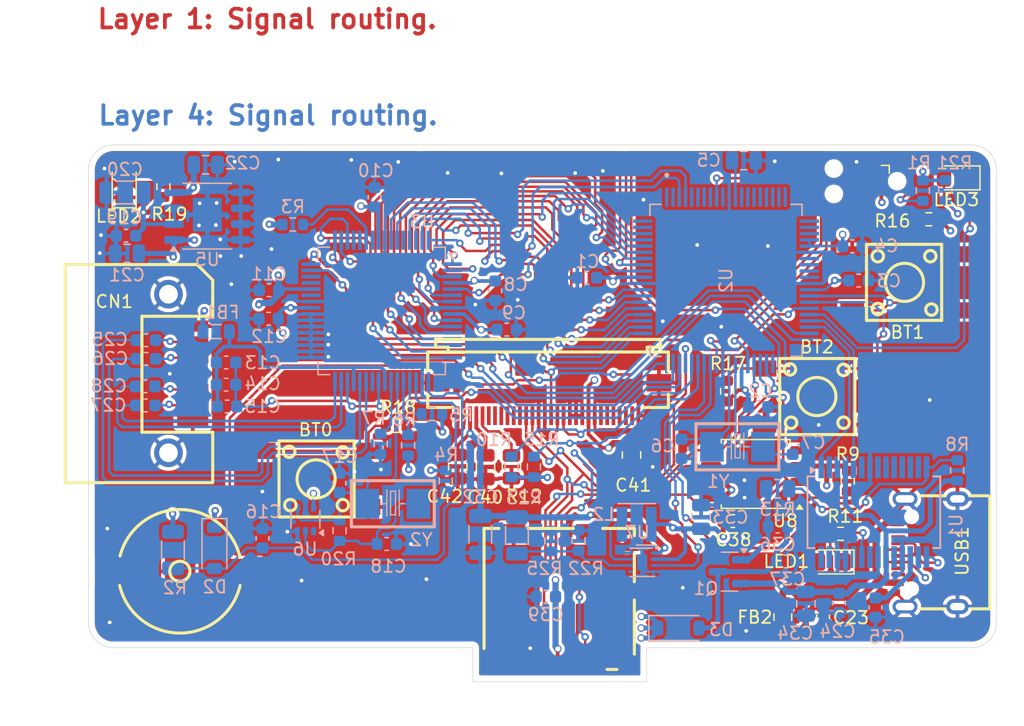
<source format=kicad_pcb>
(kicad_pcb (version 20241229) (generator "pcbnew") (generator_version "9.0")
  (layers (0 "F.Cu" signal) (4 "In1.Cu" signal) (6 "In2.Cu" signal) (2 "B.Cu" signal) (13 "F.Paste" user) (15 "B.Paste" user) (5 "F.SilkS" user "F.Silkscreen") (7 "B.SilkS" user "B.Silkscreen") (1 "F.Mask" user) (3 "B.Mask" user) (25 "Edge.Cuts" user))
  (net 0 "")
  (net 1 "GND")
  (net 2 "Net-(LED1-K)")
  (net 4 "Net-(LED2-A)")
  (net 5 "USB_DP")
  (net 6 "+3V3")
  (net 7 "CBUS0")
  (net 8 "TXD")
  (net 9 "CBUS3")
  (net 10 "RJ6")
  (net 11 "PGD")
  (net 12 "RC0")
  (net 13 "PGC")
  (net 14 "{slash}MCLR")
  (net 15 "RE0")
  (net 16 "RE4")
  (net 17 "RB4")
  (net 18 "RJ5")
  (net 19 "RE2")
  (net 20 "RJ0")
  (net 21 "RB3")
  (net 22 "RD2")
  (net 23 "RJ2")
  (net 24 "RD0")
  (net 25 "RJ3")
  (net 26 "RD7")
  (net 27 "RA4")
  (net 28 "RE3")
  (net 29 "RJ1")
  (net 30 "RD3")
  (net 31 "RA5")
  (net 32 "RE5")
  (net 33 "RD4")
  (net 34 "RE7")
  (net 35 "RD5")
  (net 36 "RJ7")
  (net 37 "RD1")
  (net 38 "RE6")
  (net 39 "RB2")
  (net 40 "RD6")
  (net 41 "RJ4")
  (net 42 "RE1")
  (net 43 "RB0")
  (net 44 "MRV_27")
  (net 45 "MRV_28")
  (net 46 "MRV_23")
  (net 47 "MRV_32")
  (net 48 "MRV_31")
  (net 49 "RXD")
  (net 50 "+1V8")
  (net 51 "SATA_GND")
  (net 61 "Net-(D3-A)")
  (net 62 "Net-(Q1-G)")
  (net 63 "Net-(R3-Pad1)")
  (net 64 "Net-(LED3-A)")
  (net 67 "Net-(U7-SW)")
  (net 68 "Net-(U7-FB)")
  (net 69 "MRV_OSC")
  (net 70 "VUSB")
  (net 71 "+5V")
  (net 72 "Net-(Y2-OSC2)")
  (net 73 "Net-(U2-VDDCORE{slash}VCAP)")
  (net 74 "+3V3_SATA")
  (net 75 "SPI_CLK")
  (net 76 "SPI_MISO")
  (net 77 "SPI_MOSI")
  (net 78 "FLASH_nCS")
  (net 89 "/Lizard main ICs/OSC2")
  (net 90 "/Lizard main ICs/OSC1")
  (net 91 "Net-(D2-A)")
  (net 92 "/Lizard peripherals/SATA_A+")
  (net 93 "/Lizard peripherals/SATA_A-")
  (net 94 "/Lizard peripherals/SATA_B+")
  (net 95 "/Lizard peripherals/SATA_B-")
  (net 96 "/Lizard main ICs/3V3OUT")
  (net 97 "/Lizard peripherals/IREF")
  (net 98 "Net-(R4-Pad1)")
  (net 99 "Net-(R5-Pad1)")
  (net 100 "Net-(R6-Pad2)")
  (net 101 "/Lizard peripherals/VCOMH")
  (net 118 "/Lizard peripherals/VPANEL")
  (net 121 "SD_nCS")
  (net 122 "/Lizard main ICs/BUZZER")
  (net 126 "Net-(C23-Pad2)")
  (net 141 "USB_DN")
  (footprint "Capacitor_SMD:C_0805_2012Metric" (layer "F.Cu") (at 111.92 146.14 90)
    (property "Reference" "C40")
    (property "Value" "5uF")
  )
  (footprint "LED_SMD:LED_0805_2012Metric_Pad1.15x1.40mm_HandSolder" (layer "F.Cu") (at 139.615 153.74 180)
    (property "Reference" "LED1")
    (property "Value" "BLUE")
  )
  (footprint "lizard:CONN-SMD_SATA-401-M07S1BY-A" (layer "F.Cu") (at 87.455 138.62 -90)
    (property "Reference" "CN1")
    (property "Value" "SATA")
  )
  (footprint "Resistor_SMD:R_0603_1608Metric" (layer "F.Cu") (at 147.485 126.25)
    (property "Reference" "R16")
    (property "Value" "10k")
  )
  (footprint "Resistor_SMD:R_0805_2012Metric" (layer "F.Cu") (at 114 146.11 90)
    (property "Reference" "R12")
    (property "Value" "910k")
  )
  (footprint "LED_SMD:LED_0805_2012Metric_Pad1.15x1.40mm_HandSolder" (layer "F.Cu") (at 82.93 123.47 90)
    (property "Reference" "LED2")
    (property "Value" "GREEN")
  )
  (footprint "Resistor_SMD:R_0603_1608Metric" (layer "F.Cu") (at 86.08 123.64 -90)
    (property "Reference" "R19")
    (property "Value" "270")
  )
  (footprint "Capacitor_SMD:C_0603_1608Metric" (layer "F.Cu") (at 139 158.14 90)
    (property "Reference" "C23")
    (property "Value" "10nF")
  )
  (footprint "Resistor_SMD:R_0603_1608Metric" (layer "F.Cu") (at 140.98 147.26 90)
    (property "Reference" "R9")
    (property "Value" "10k")
  )
  (footprint "Capacitor_SMD:C_0805_2012Metric" (layer "F.Cu") (at 109.69 146.1 90)
    (property "Reference" "C42")
    (property "Value" "5uF")
  )
  (footprint "Capacitor_SMD:C_0603_1608Metric" (layer "F.Cu") (at 131.755 150.46)
    (property "Reference" "C38")
    (property "Value" "100nF")
  )
  (footprint "LED_SMD:LED_0805_2012Metric_Pad1.15x1.40mm_HandSolder" (layer "F.Cu") (at 149.725 122.93 180)
    (property "Reference" "LED3")
    (property "Value" "RED")
  )
  (footprint "lizard:KEY-SMD_4P-L6.0-W6.0-P4.50-LS9.0" (layer "F.Cu") (at 98.33 147.08 180)
    (property "Reference" "BT0")
    (property "Value" "SW_Push")
  )
  (footprint "Resistor_SMD:R_0603_1608Metric" (layer "F.Cu") (at 131.3 140.04 -90)
    (property "Reference" "R17")
    (property "Value" "10k")
  )
  (footprint "lizard:KEY-SMD_4P-L6.0-W6.0-P4.50-LS9.0" (layer "F.Cu") (at 145.53 131.31)
    (property "Reference" "BT1")
    (property "Value" "SW_Push")
  )
  (footprint "Capacitor_SMD:C_0805_2012Metric" (layer "F.Cu") (at 123.63 145.16 90)
    (property "Reference" "C41")
    (property "Value" "5uF")
  )
  (footprint "Package_SO:SOIC-8_5.3x5.3mm_P1.27mm" (layer "F.Cu") (at 133.59 146.68 180)
    (property "Reference" "U8")
    (property "Value" "W25Q32JVSS")
  )
  (footprint "lizard:USB-C-SMD_TYPE-C-6PIN-2MD-073" (layer "F.Cu") (at 147.4 153 90)
    (property "Reference" "USB1")
    (property "Value" "TYPE-C 16PIN 2MD(073)")
  )
  (footprint "lizard:KEY-SMD_4P-L6.0-W6.0-P4.50-LS9.0" (layer "F.Cu") (at 138.5 140.47 180)
    (property "Reference" "BT2")
    (property "Value" "SW_Push")
  )
  (footprint "Resistor_SMD:R_0603_1608Metric" (layer "F.Cu") (at 104.755 142.82)
    (property "Reference" "R18")
    (property "Value" "10k")
  )
  (footprint "lizard:SIM-SMD_8P-1040310811" (layer "F.Cu") (at 117.87 156.72)
    (property "Reference" "J1" (hide yes))
    (property "Value" "Micro_SD_Card")
  )
  (footprint "lizard:FPC-SMD_30P-P0.50_0.5-30P-XJH2.0-043" (layer "F.Cu") (at 116.93 140.6875 180)
    (property "Reference" "FPC1" (hide yes))
    (property "Value" "0.5-30P XJH2.0 043")
  )
  (footprint "Connector:Tag-Connect_TC2030-IDC-NL_2x03_P1.27mm_Vertical" (layer "F.Cu") (at 142.4 123.2 180)
    (property "Reference" "J4" (hide yes))
    (property "Value" "TC2030")
  )
  (footprint "Resistor_SMD:R_0603_1608Metric" (layer "F.Cu") (at 140.4 151.48)
    (property "Reference" "R11")
    (property "Value" "110")
  )
  (footprint "lizard:BUZ-SMD_FUET-1030-XXV" (layer "F.Cu") (at 87.4 154.49 -90)
    (property "Reference" "BUZZER1" (hide yes))
    (property "Value" "FUET-1030-3V")
  )
  (footprint "Inductor_SMD:L_0805_2012Metric_Pad1.15x1.40mm_HandSolder" (layer "F.Cu") (at 135.77 158.17 90)
    (property "Reference" "FB2")
    (property "Value" "330nH")
  )
  (footprint "Package_DFN_QFN:Micrel_MLF-8-1EP_2x2mm_P0.5mm_EP0.8x1.3mm_ThermalVias" (layer "B.Cu") (at 124.49 153.77 180)
    (property "Reference" "U7")
    (property "Value" "MIC2290")
  )
  (footprint "Resistor_SMD:R_0603_1608Metric" (layer "B.Cu") (at 117.21 152.06 -90)
    (property "Reference" "R25")
    (property "Value" "10k")
  )
  (footprint "Inductor_SMD_Wurth:L_Wurth_WE-LQSH-3012" (layer "B.Cu") (at 124.04 150.72)
    (property "Reference" "L2")
    (property "Value" "10uH")
  )
  (footprint "Resistor_SMD:R_0805_2012Metric" (layer "B.Cu") (at 135.35 147.87)
    (property "Reference" "R13")
    (property "Value" "1k")
  )
  (footprint "Package_QFP:LQFP-64_10x10mm_P0.5mm" (layer "B.Cu") (at 103.59 133.6 180)
    (property "Reference" "U3")
    (property "Value" "~")
  )
  (footprint "Resistor_SMD:R_1206_3216Metric" (layer "B.Cu") (at 114.44 151.61 90)
    (property "Reference" "R23")
    (property "Value" "31.6k")
  )
  (footprint "Resistor_SMD:R_0603_1608Metric" (layer "B.Cu") (at 147 123.95 -90)
    (property "Reference" "R1")
    (property "Value" "10k")
  )
  (footprint "Resistor_SMD:R_0603_1608Metric" (layer "B.Cu") (at 115.8 146.11 -90)
    (property "Reference" "R15")
    (property "Value" "10k")
  )
  (footprint "Capacitor_SMD:C_0603_1608Metric" (layer "B.Cu") (at 136.56 144.33 -90)
    (property "Reference" "C7")
    (property "Value" "24pF")
  )
  (footprint "Capacitor_SMD:C_0603_1608Metric" (layer "B.Cu") (at 135.36 150.9)
    (property "Reference" "C36")
    (property "Value" "100nF")
  )
  (footprint "Resistor_SMD:R_0603_1608Metric" (layer "B.Cu") (at 105.71 144.38 90)
    (property "Reference" "R6")
    (property "Value" "10k")
  )
  (footprint "Capacitor_SMD:C_0805_2012Metric" (layer "B.Cu") (at 132.64 121.54)
    (property "Reference" "C5")
    (property "Value" "10uF")
  )
  (footprint "Resistor_SMD:R_0603_1608Metric" (layer "B.Cu") (at 148.8 123.93 -90)
    (property "Reference" "R21")
    (property "Value" "270")
  )
  (footprint "Capacitor_SMD:C_0603_1608Metric" (layer "B.Cu") (at 84.68 135.95)
    (property "Reference" "C25")
    (property "Value" "47nF")
  )
  (footprint "Resistor_SMD:R_0603_1608Metric" (layer "B.Cu") (at 119.38 152.03 90)
    (property "Reference" "R22")
    (property "Value" "10k")
  )
  (footprint "Capacitor_SMD:C_0603_1608Metric" (layer "B.Cu") (at 143.2 157.4 90)
    (property "Reference" "C35")
    (property "Value" "100nF")
  )
  (footprint "Capacitor_SMD:C_1206_3216Metric" (layer "B.Cu") (at 82.99 124.1 180)
    (property "Reference" "C20")
    (property "Value" "10uF")
  )
  (footprint "Package_SO:SSOP-28_5.3x10.2mm_P0.65mm" (layer "B.Cu") (at 143.07 149.75 -90)
    (property "Reference" "U1")
    (property "Value" "FT232RL")
  )
  (footprint "Capacitor_SMD:C_0603_1608Metric" (layer "B.Cu") (at 94.55 131.94)
    (property "Reference" "C11")
    (property "Value" "100nF")
  )
  (footprint "Capacitor_SMD:C_0603_1608Metric" (layer "B.Cu") (at 84.64 141.18)
    (property "Reference" "C27")
    (property "Value" "47nF")
  )
  (footprint "Capacitor_SMD:C_0603_1608Metric" (layer "B.Cu") (at 120.06 130.94)
    (property "Reference" "C1")
    (property "Value" "100nF")
  )
  (footprint "Resistor_SMD:R_0603_1608Metric" (layer "B.Cu") (at 149.75 146.4 -90)
    (property "Reference" "R8")
    (property "Value" "10k")
  )
  (footprint "Package_SO:SSOP-8_3.9x5.05mm_P1.27mm" (layer "B.Cu") (at 89.6 126)
    (property "Reference" "U5")
    (property "Value" "AP1121B")
  )
  (footprint "Capacitor_SMD:C_0603_1608Metric" (layer "B.Cu") (at 112.7 131.98 90)
    (property "Reference" "C8")
    (property "Value" "100nF")
  )
  (footprint "Capacitor_SMD:C_0603_1608Metric" (layer "B.Cu") (at 91.11 137.74)
    (property "Reference" "C13")
    (property "Value" "100nF")
  )
  (footprint "Resistor_SMD:R_0603_1608Metric" (layer "B.Cu") (at 108.73 147.23 90)
    (property "Reference" "R4")
    (property "Value" "10k")
  )
  (footprint "Inductor_SMD:L_0805_2012Metric" (layer "B.Cu") (at 90.31 135.26)
    (property "Reference" "FB1")
    (property "Value" "330nH")
  )
  (footprint "Package_TO_SOT_SMD:SOT-23" (layer "B.Cu") (at 131.49 154.5175 180)
    (property "Reference" "Q1")
    (property "Value" "AO3401A")
  )
  (footprint "Capacitor_SMD:C_0603_1608Metric" (layer "B.Cu") (at 100.2 147.41 90)
    (property "Reference" "C17")
    (property "Value" "24pF")
  )
  (footprint "Capacitor_SMD:C_0805_2012Metric" (layer "B.Cu") (at 129.21 150.13 90)
    (property "Reference" "C33")
    (property "Value" "2.7uF")
  )
  (footprint "Resistor_SMD:R_0603_1608Metric" (layer "B.Cu") (at 96.46 126.67 180)
    (property "Reference" "R3")
    (property "Value" "10k")
  )
  (footprint "Capacitor_SMD:C_0603_1608Metric" (layer "B.Cu") (at 141.35 128.42)
    (property "Reference" "C4")
    (property "Value" "100nF")
  )
  (footprint "Capacitor_SMD:C_0805_2012Metric" (layer "B.Cu") (at 137.62 157.09 90)
    (property "Reference" "C34")
    (property "Value" "5uF")
  )
  (footprint "Capacitor_SMD:C_0603_1608Metric" (layer "B.Cu") (at 127.64 144.66 90)
    (property "Reference" "C6")
    (property "Value" "24pF")
  )
  (footprint "Capacitor_SMD:C_0603_1608Metric" (layer "B.Cu") (at 136.03 153.7 180)
    (property "Reference" "C37")
    (property "Value" "100nF")
  )
  (footprint "Resistor_SMD:R_0603_1608Metric" (layer "B.Cu") (at 107.62 141.87)
    (property "Reference" "R5")
    (property "Value" "10k")
  )
  (footprint "Capacitor_SMD:C_0603_1608Metric" (layer "B.Cu") (at 116.76 156.53)
    (property "Reference" "C39")
    (property "Value" "100nF")
  )
  (footprint "Resistor_SMD:R_0603_1608Metric" (layer "B.Cu") (at 100.21 151.23 90)
    (property "Reference" "R20")
    (property "Value" "1M")
  )
  (footprint "Capacitor_SMD:C_0805_2012Metric" (layer "B.Cu") (at 83.16 128.99)
    (property "Reference" "C21")
    (property "Value" "10uF")
  )
  (footprint "Resistor_SMD:R_1206_3216Metric" (layer "B.Cu") (at 86.84375 152.7875 90)
    (property "Reference" "R2")
    (property "Value" "31.6k")
  )
  (footprint "Package_TO_SOT_SMD:SOT-353_SC-70-5" (layer "B.Cu") (at 97.4725 150.32 90)
    (property "Reference" "U6")
    (property "Value" "74LVC1G04")
  )
  (footprint "Capacitor_SMD:C_0603_1608Metric" (layer "B.Cu") (at 84.69 137.45)
    (property "Reference" "C26")
    (property "Value" "47nF")
  )
  (footprint "Capacitor_SMD:C_1206_3216Metric" (layer "B.Cu") (at 111.5 151.53 90)
    (property "Reference" "C32")
    (property "Value" "10uF")
  )
  (footprint "lizard:OSC-SMD_L5.0-W3.2" (layer "B.Cu") (at 104.49 149.07)
    (property "Reference" "Y2")
    (property "Value" "20MHz")
  )
  (footprint "Capacitor_SMD:C_0603_1608Metric" (layer "B.Cu") (at 133.79 141.31)
    (property "Reference" "C2")
    (property "Value" "100nF")
  )
  (footprint "Capacitor_SMD:C_0603_1608Metric" (layer "B.Cu") (at 103.99 152.3)
    (property "Reference" "C18")
    (property "Value" "24pF")
  )
  (footprint "Capacitor_SMD:C_0805_2012Metric" (layer "B.Cu") (at 89.46 121.88 180)
    (property "Reference" "C22" (hide yes))
    (property "Value" "10uF")
  )
  (footprint "Capacitor_SMD:C_0603_1608Metric" (layer "B.Cu") (at 91.19 141.27)
    (property "Reference" "C15")
    (property "Value" "100nF")
  )
  (footprint "lizard:OSC-SMD_L5.0-W3.2" (layer "B.Cu") (at 132.13 144.5)
    (property "Reference" "Y1")
    (property "Value" "10MHz")
  )
  (footprint "Capacitor_SMD:C_0603_1608Metric" (layer "B.Cu") (at 140.28 157.03 90)
    (property "Reference" "C24")
    (property "Value" "100nF")
  )
  (footprint "Diode_SMD:D_SOD-123" (layer "B.Cu") (at 90.17375 152.6175 -90)
    (property "Reference" "D2")
    (property "Value" "1N4148W")
  )
  (footprint "Capacitor_SMD:C_0603_1608Metric" (layer "B.Cu") (at 94.52 134.23)
    (property "Reference" "C12")
    (property "Value" "100nF")
  )
  (footprint "Capacitor_SMD:C_0603_1608Metric" (layer "B.Cu") (at 84.61 139.65)
    (property "Reference" "C28")
    (property "Value" "47nF")
  )
  (footprint "Capacitor_SMD:C_0603_1608Metric" (layer "B.Cu") (at 103.02 124.475 90)
    (property "Reference" "C10")
    (property "Value" "100nF")
  )
  (footprint "Resistor_SMD:R_0603_1608Metric" (layer "B.Cu") (at 103.51 144.27 90)
    (property "Reference" "R7")
    (property "Value" "12k")
  )
  (footprint "Resistor_SMD:R_0603_1608Metric" (layer "B.Cu") (at 114 146.11 90)
    (property "Reference" "R10")
    (property "Value" "10k")
  )
  (footprint "Capacitor_SMD:C_0603_1608Metric" (layer "B.Cu") (at 83.08 127.57 180)
    (property "Reference" "C19")
    (property "Value" "100nF")
  )
  (footprint "Diode_SMD:D_SOD-123" (layer "B.Cu") (at 127.3825 159.04)
    (property "Reference" "D3")
    (property "Value" "MBR0520")
  )
  (footprint "Capacitor_SMD:C_0603_1608Metric" (layer "B.Cu") (at 113.62 135.1)
    (property "Reference" "C9")
    (property "Value" "100nF")
  )
  (footprint "Capacitor_SMD:C_0603_1608Metric" (layer "B.Cu") (at 141.85 131.17)
    (property "Reference" "C3")
    (property "Value" "100nF")
  )
  (footprint "Capacitor_SMD:C_0603_1608Metric" (layer "B.Cu") (at 91.11 139.52)
    (property "Reference" "C14")
    (property "Value" "100nF")
  )
  (footprint "Capacitor_SMD:C_0603_1608Metric" (layer "B.Cu") (at 94.03 151.84 90)
    (property "Reference" "C16")
    (property "Value" "1uF")
  )
  (footprint "lizard:QFP50P1400X1400X120-80N" (layer "B.Cu") (at 131.21 131.15 -90)
    (property "Reference" "U2")
    (property "Value" "PIC18F87J11T-I_PT")
  )
  (gr_line (start 150.9 160.62) (end 124.84 160.62) (stroke (width 0.05)) (layer "Edge.Cuts"))
  (gr_arc (start 152.9 158.62) (mid 152.314214 160.034214) (end 150.9 160.62) (stroke (width 0.05)) (layer "Edge.Cuts"))
  (gr_arc (start 82.08 160.62) (mid 80.665786 160.034214) (end 80.08 158.62) (stroke (width 0.05)) (layer "Edge.Cuts"))
  (gr_arc (start 150.9 120.28) (mid 152.314214 120.865786) (end 152.9 122.28) (stroke (width 0.05)) (layer "Edge.Cuts"))
  (gr_line (start 110.9 160.62) (end 82.08 160.62) (stroke (width 0.05)) (layer "Edge.Cuts"))
  (gr_line (start 152.9 122.28) (end 152.9 158.62) (stroke (width 0.05)) (layer "Edge.Cuts"))
  (gr_arc (start 80.08 122.28) (mid 80.665786 120.865786) (end 82.08 120.28) (stroke (width 0.05)) (layer "Edge.Cuts"))
  (gr_line (start 124.84 163.34) (end 110.9 163.34) (stroke (width 0.05)) (layer "Edge.Cuts"))
  (gr_line (start 82.08 120.28) (end 150.9 120.28) (stroke (width 0.05)) (layer "Edge.Cuts"))
  (gr_line (start 110.9 163.34) (end 110.9 160.62) (stroke (width 0.05)) (layer "Edge.Cuts"))
  (gr_line (start 80.08 158.62) (end 80.08 122.28) (stroke (width 0.05)) (layer "Edge.Cuts"))
  (gr_line (start 124.84 160.62) (end 124.84 163.34) (stroke (width 0.05)) (layer "Edge.Cuts"))
  (gr_text "Layer 1: Signal routing." (at 80.64 111.06 0) (layer "F.Cu") (effects (font (size 1.5 1.5) (thickness 0.3) (bold yes)) (justify left bottom)))
  (gr_text "Layer 4: Signal routing." (at 80.71 118.79 0) (layer "B.Cu") (effects (font (size 1.5 1.5) (thickness 0.3) (bold yes)) (justify left bottom)))
  (gr_text "C22" (at 92.43 121.74 0) (layer "B.SilkS") (effects (font (size 1 1)) (justify mirror)))
  (segment (start 115.51 162.06) (end 115.51 160.66) (width 0.2) (layer "F.Cu") (net 1))
  (segment (start 111.1 133.09) (end 110.38 132.37) (width 0.5) (layer "F.Cu") (net 1))
  (segment (start 144.82 149.8) (end 145.57 149.05) (width 0.2) (layer "F.Cu") (net 1))
  (segment (start 144.82 156.2) (end 143.98 156.2) (width 0.2) (layer "F.Cu") (net 1))
  (segment (start 112.1 161.54) (end 113.07 160.57) (width 0.5) (layer "F.Cu") (net 1))
  (segment (start 112.1 161.86) (end 112.1 161.54) (width 0.5) (layer "F.Cu") (net 1))
  (segment (start 144.82 149.8) (end 144.06 149.8) (width 0.2) (layer "F.Cu") (net 1))
  (segment (start 123.63 146.11) (end 125.33 146.11) (width 0.5) (layer "F.Cu") (net 1))
  (segment (start 144.82 156.2) (end 145.57 156.95) (width 0.2) (layer "F.Cu") (net 1))
  (segment (start 110.38 132.37) (end 109.38 132.37) (width 0.5) (layer "F.Cu") (net 1))
  (via (at 81.35 122.18) (size 0.6) (drill 0.3) (layers "F.Cu" "B.Cu") (net 1))
  (via (at 86.59 138.64) (size 0.6) (drill 0.3) (layers "F.Cu" "B.Cu") (net 1))
  (via (at 135.12 121.6) (size 0.6) (drill 0.3) (layers "F.Cu" "B.Cu") (net 1))
  (via (at 132.59 151.74) (size 0.6) (drill 0.3) (layers "F.Cu" "B.Cu") (net 1))
  (via (at 128.9 128.31) (size 0.6) (drill 0.3) (layers "F.Cu" "B.Cu") (net 1))
  (via (at 126.14 134.43) (size 0.6) (drill 0.3) (layers "F.Cu" "B.Cu") (net 1))
  (via (at 105.93 152.3) (size 0.6) (drill 0.3) (layers "F.Cu" "B.Cu") (net 1))
  (via (at 81.07 127.52) (size 0.6) (drill 0.3) (layers "F.Cu" "B.Cu") (net 1))
  (via (at 138.65 142.75) (size 0.6) (drill 0.3) (layers "F.Cu" "B.Cu") (net 1))
  (via (at 91.53 131.46) (size 0.6) (drill 0.3) (layers "F.Cu" "B.Cu") (net 1))
  (via (at 101.41 146.5) (size 0.6) (drill 0.3) (layers "F.Cu" "B.Cu") (net 1))
  (via (at 147.55 140.75) (size 0.6) (drill 0.3) (layers "F.Cu" "B.Cu") (net 1))
  (via (at 99.31 137.28) (size 0.6) (drill 0.3) (layers "F.Cu" "B.Cu") (net 1))
  (via (at 111.1 133.09) (size 0.6) (drill 0.3) (layers "F.Cu" "B.Cu") (net 1))
  (via (at 88.93 126.74) (size 0.6) (drill 0.3) (layers "F.Cu" "B.Cu") (net 1))
  (via (at 125.33 146.11) (size 0.6) (drill 0.3) (layers "F.Cu" "B.Cu") (net 1))
  (via (at 141.68 121.64) (size 0.6) (drill 0.3) (layers "F.Cu" "B.Cu") (net 1))
  (via (at 91.8 121.63) (size 0.6) (drill 0.3) (layers "F.Cu" "B.Cu") (net 1))
  (via (at 114.5 132.71) (size 0.6) (drill 0.3) (layers "F.Cu" "B.Cu") (net 1))
  (via (at 81.58 151.06) (size 0.6) (drill 0.3) (layers "F.Cu" "B.Cu") (net 1))
  (via (at 107.18 155.12) (size 0.6) (drill 0.3) (layers "F.Cu" "B.Cu") (net 1))
  (via (at 90.35 124.94) (size 0.6) (drill 0.3) (layers "F.Cu" "B.Cu") (net 1))
  (via (at 94.75 128.64) (size 0.6) (drill 0.3) (layers "F.Cu" "B.Cu") (net 1))
  (via (at 97.16 155.23) (size 0.6) (drill 0.3) (layers "F.Cu" "B.Cu") (net 1))
  (via (at 132.69 147.18) (size 0.6) (drill 0.3) (layers "F.Cu" "B.Cu") (net 1))
  (via (at 132.83 159.27) (size 0.6) (drill 0.3) (layers "F.Cu" "B.Cu") (net 1))
  (via (at 94.02 148.09) (size 0.6) (drill 0.3) (layers "F.Cu" "B.Cu") (net 1))
  (via (at 90.65 129.2) (size 0.6) (drill 0.3) (layers "F.Cu" "B.Cu") (net 1))
  (via (at 132.7 148.58) (size 0.6) (drill 0.3) (layers "F.Cu" "B.Cu") (net 1))
  (via (at 101.15 121.49) (size 0.6) (drill 0.3) (layers "F.Cu" "B.Cu") (net 1))
  (via (at 124.59 124.68) (size 0.6) (drill 0.3) (layers "F.Cu" "B.Cu") (net 1))
  (via (at 115.51 160.66) (size 0.6) (drill 0.3) (layers "F.Cu" "B.Cu") (net 1))
  (via (at 104.92 121.65) (size 0.6) (drill 0.3) (layers "F.Cu" "B.Cu") (net 1))
  (via (at 127.74 155.81) (size 0.6) (drill 0.3) (layers "F.Cu" "B.Cu") (net 1))
  (via (at 92.32 129.2) (size 0.6) (drill 0.3) (layers "F.Cu" "B.Cu") (net 1))
  (via (at 121.33 122.37) (size 0.6) (drill 0.3) (layers "F.Cu" "B.Cu") (net 1))
  (via (at 113.19 122.57) (size 0.6) (drill 0.3) (layers "F.Cu" "B.Cu") (net 1))
  (via (at 134.57 128.39) (size 0.6) (drill 0.3) (layers "F.Cu" "B.Cu") (net 1))
  (via (at 90.64 127.86) (size 0.6) (drill 0.3) (layers "F.Cu" "B.Cu") (net 1))
  (via (at 99.31 135.48) (size 0.6) (drill 0.3) (layers "F.Cu" "B.Cu") (net 1))
  (via (at 81.77 158.59) (size 0.6) (drill 0.3) (layers "F.Cu" "B.Cu") (net 1))
  (via (at 96.02 151.31) (size 0.6) (drill 0.3) (layers "F.Cu" "B.Cu") (net 1))
  (via (at 103.53 146.32) (size 0.6) (drill 0.3) (layers "F.Cu" "B.Cu") (net 1))
  (via (at 88.99 124.97) (size 0.6) (drill 0.3) (layers "F.Cu" "B.Cu") (net 1))
  (via (at 119.11 122.54) (size 0.6) (drill 0.3) (layers "F.Cu" "B.Cu") (net 1))
  (via (at 108.88 122.53) (size 0.6) (drill 0.3) (layers "F.Cu" "B.Cu") (net 1))
  (via (at 130.83 134.87) (size 0.6) (drill 0.3) (layers "F.Cu" "B.Cu") (net 1))
  (via (at 90.29 126.71) (size 0.6) (drill 0.3) (layers "F.Cu" "B.Cu") (net 1))
  (via (at 80.98 128.96) (size 0.6) (drill 0.3) (layers "F.Cu" "B.Cu") (net 1))
  (via (at 95.3 121.46) (size 0.6) (drill 0.3) (layers "F.Cu" "B.Cu") (net 1))
  (via (at 99.3 136.31) (size 0.6) (drill 0.3) (layers "F.Cu" "B.Cu") (net 1))
  (segment (start 106.84 139.275) (end 106.84 138.15) (width 0.2) (layer "B.Cu") (net 1))
  (segment (start 124.49 154.39) (end 124.49 153.77) (width 0.2) (layer "B.Cu") (net 1))
  (segment (start 103.84 127.925) (end 103.84 128.93) (width 0.2) (layer "B.Cu") (net 1))
  (segment (start 103.84 127.925) (end 103.84 126.7) (width 0.2) (layer "B.Cu") (net 1))
  (segment (start 140.145 153.35) (end 140.795 153.35) (width 0.2) (layer "B.Cu") (net 1))
  (segment (start 130.96 139.18) (end 130.66 139.48) (width 0.2) (layer "B.Cu") (net 1))
  (segment (start 125.39 154.52) (end 124.62 154.52) (width 0.2) (layer "B.Cu") (net 1))
  (segment (start 130.96 137.83) (end 130.96 139.18) (width 0.2) (layer "B.Cu") (net 1))
  (segment (start 124.62 154.52) (end 124.49 154.39) (width 0.2) (layer "B.Cu") (net 1))
  (segment (start 139.575 151.48) (end 139.575 152.505) (width 0.2) (layer "F.Cu") (net 2))
  (segment (start 139.575 152.505) (end 140.64 153.57) (width 0.2) (layer "F.Cu") (net 2))
  (segment (start 86.08 122.815) (end 83.3 122.815) (width 0.2) (layer "F.Cu") (net 4))
  (segment (start 146.3 153.1) (end 146.15 153.25) (width 0.2) (layer "F.Cu") (net 5))
  (segment (start 146.4 152.4) (end 146.4 153) (width 0.2) (layer "F.Cu") (net 5))
  (segment (start 146.4 153) (end 146.3 153.1) (width 0.2) (layer "F.Cu") (net 5))
  (segment (start 146.15 153.25) (end 145.02 153.25) (width 0.2) (layer "F.Cu") (net 5))
  (segment (start 146.25 152.25) (end 146.4 152.4) (width 0.2) (layer "F.Cu") (net 5))
  (segment (start 145.02 152.25) (end 146.25 152.25) (width 0.2) (layer "F.Cu") (net 5))
  (segment (start 148.2 153.8) (end 147 153.8) (width 0.2) (layer "F.Cu") (net 5))
  (segment (start 147 153.8) (end 146.3 153.1) (width 0.2) (layer "F.Cu") (net 5))
  (via (at 148.2 153.8) (size 0.6) (drill 0.3) (layers "F.Cu" "B.Cu") (net 5))
  (segment (start 147.295 153.35) (end 147.75 153.35) (width 0.2) (layer "B.Cu") (net 5))
  (segment (start 147.75 153.35) (end 148.2 153.8) (width 0.2) (layer "B.Cu") (net 5))
  (segment (start 105.58 142.82) (end 107.98 142.82) (width 0.3) (layer "F.Cu") (net 6))
  (segment (start 130.98 151.69) (end 131 151.71) (width 0.4) (layer "F.Cu") (net 6))
  (segment (start 143.67 123.835) (end 143.67 124.85) (width 0.3) (layer "F.Cu") (net 6))
  (segment (start 121.27 144.59) (end 120.18 143.5) (width 0.3) (layer "F.Cu") (net 6))
  (segment (start 139.29 147.61) (end 139.29 146.045) (width 0.4) (layer "F.Cu") (net 6))
  (segment (start 121.8 144.59) (end 121.27 144.59) (width 0.3) (layer "F.Cu") (net 6))
  (segment (start 148.31 126.26) (end 149.22 127.17) (width 0.3) (layer "F.Cu") (net 6))
  (segment (start 137.1775 146.045) (end 139.29 146.045) (width 0.4) (layer "F.Cu") (net 6))
  (segment (start 120.18 143.5) (end 120.18 142.0075) (width 0.3) (layer "F.Cu") (net 6))
  (segment (start 143.67 124.85) (end 143.72 124.9) (width 0.3) (layer "F.Cu") (net 6))
  (segment (start 117.71 160.72) (end 117.72 160.71) (width 0.3) (layer "F.Cu") (net 6))
  (segment (start 131.655 147.955) (end 131.655 147.965) (width 0.4) (layer "F.Cu") (net 6))
  (segment (start 130.0025 148.585) (end 131.035 148.585) (width 0.4) (layer "F.Cu") (net 6))
  (segment (start 131.015 147.315) (end 131.655 147.955) (width 0.4) (layer "F.Cu") (net 6))
  (segment (start 120.66 139.15) (end 120.18 139.63) (width 0.3) (layer "F.Cu") (net 6))
  (segment (start 131.3 140.865) (end 132.21 139.955) (width 0.3) (layer "F.Cu") (net 6))
  (segment (start 139.29 146.045) (end 140.59 146.045) (width 0.4) (layer "F.Cu") (net 6))
  (segment (start 132.21 139.955) (end 132.745 139.955) (width 0.3) (layer "F.Cu") (net 6))
  (segment (start 122.18 144.21) (end 121.8 144.59) (width 0.5) (layer "F.Cu") (net 6))
  (segment (start 123.63 144.21) (end 122.18 144.21) (width 0.5) (layer "F.Cu") (net 6))
  (segment (start 140.59 146.045) (end 140.98 146.435) (width 0.4) (layer "F.Cu") (net 6))
  (segment (start 130.0025 147.315) (end 131.015 147.315) (width 0.4) (layer "F.Cu") (net 6))
  (segment (start 117.71 162.06) (end 117.71 160.72) (width 0.3) (layer "F.Cu") (net 6))
  (segment (start 131.035 148.585) (end 131.655 147.965) (width 0.4) (layer "F.Cu") (net 6))
  (segment (start 130.98 150.46) (end 130.98 151.69) (width 0.4) (layer "F.Cu") (net 6))
  (segment (start 107.98 142.82) (end 108.47 143.31) (width 0.3) (layer "F.Cu") (net 6))
  (segment (start 120.18 139.63) (end 120.18 142.0075) (width 0.3) (layer "F.Cu") (net 6))
  (via (at 93.73 133.1) (size 0.6) (drill 0.3) (layers "F.Cu" "B.Cu") (net 6))
  (via (at 139.29 147.61) (size 0.6) (drill 0.3) (layers "F.Cu" "B.Cu") (net 6))
  (via (at 122.14 131.24) (size 0.6) (drill 0.4) (layers "F.Cu" "B.Cu") (net 6))
  (via (at 126.945 150.995) (size 0.6) (drill 0.3) (layers "F.Cu" "B.Cu") (net 6))
  (via (at 90.23 149.63) (size 0.6) (drill 0.3) (layers "F.Cu" "B.Cu") (net 6))
  (via (at 88.56 127.92) (size 0.6) (drill 0.3) (layers "F.Cu" "B.Cu") (net 6))
  (via (at 98.12 148.25) (size 0.6) (drill 0.4) (layers "F.Cu" "B.Cu") (net 6))
  (via (at 121.8 144.59) (size 0.6) (drill 0.4) (layers "F.Cu" "B.Cu") (net 6))
  (via (at 139.93 131.16) (size 0.6) (drill 0.3) (layers "F.Cu" "B.Cu") (net 6))
  (via (at 86.87 129.27) (size 0.6) (drill 0.3) (layers "F.Cu" "B.Cu") (net 6))
  (via (at 117.72 160.71) (size 0.6) (drill 0.4) (layers "F.Cu" "B.Cu") (net 6))
  (via (at 120.66 139.15) (size 0.6) (drill 0.4) (layers "F.Cu" "B.Cu") (net 6))
  (via (at 108.47 143.31) (size 0.6) (drill 0.3) (layers "F.Cu" "B.Cu") (net 6))
  (via (at 117.535 155.18) (size 0.6) (drill 0.4) (layers "F.Cu" "B.Cu") (net 6))
  (via (at 132.745 139.955) (size 0.6) (drill 0.3) (layers "F.Cu" "B.Cu") (net 6))
  (via (at 89.37 133.58) (size 0.6) (drill 0.3) (layers "F.Cu" "B.Cu") (net 6))
  (via (at 140.57 127.47) (size 0.6) (drill 0.4) (layers "F.Cu" "B.Cu") (net 6))
  (via (at 111.02 131.16) (size 0.6) (drill 0.4) (layers "F.Cu" "B.Cu") (net 6))
  (via (at 86.82 149.89) (size 0.6) (drill 0.3) (layers "F.Cu" "B.Cu") (net 6))
  (via (at 147 122.42) (size 0.6) (drill 0.3) (layers "F.Cu" "B.Cu") (net 6))
  (via (at 94.57 126.65) (size 0.6) (drill 0.3) (layers "F.Cu" "B.Cu") (net 6))
  (via (at 131 151.71) (size 0.6) (drill 0.3) (layers "F.Cu" "B.Cu") (net 6))
  (via (at 131.655 147.965) (size 0.6) (drill 0.3) (layers "F.Cu" "B.Cu") (net 6))
  (via (at 149.22 127.17) (size 0.6) (drill 0.3) (layers "F.Cu" "B.Cu") (net 6))
  (via (at 107.54 146.39) (size 0.6) (drill 0.3) (layers "F.Cu" "B.Cu") (net 6))
  (via (at 143.72 124.9) (size 0.6) (drill 0.3) (layers "F.Cu" "B.Cu") (net 6))
  (via (at 116.88 146.96) (size 0.6) (drill 0.3) (layers "F.Cu" "B.Cu") (net 6))
  (via (at 105.76 146.32) (size 0.6) (drill 0.3) (layers "F.Cu" "B.Cu") (net 6))
  (via (at 95.29 130.73) (size 0.6) (drill 0.3) (layers "F.Cu" "B.Cu") (net 6))
  (segment (start 97.915 131.85) (end 95.415 131.85) (width 0.3) (layer "B.Cu") (net 6))
  (segment (start 139.94 131.17) (end 139.93 131.16) (width 0.3) (layer "B.Cu") (net 6))
  (segment (start 86.925 127.905) (end 86.925 129.215) (width 0.4) (layer "B.Cu") (net 6))
  (segment (start 110.83 131.35) (end 111.02 131.16) (width 0.3) (layer "B.Cu") (net 6))
  (segment (start 95.325 131.94) (end 95.325 130.765) (width 0.5) (layer "B.Cu") (net 6))
  (segment (start 107.555 146.405) (end 107.54 146.39) (width 0.3) (layer "B.Cu") (net 6))
  (segment (start 95.325 131.94) (end 95.325 132.295) (width 0.5) (layer "B.Cu") (net 6))
  (segment (start 117.535 155.18) (end 117.535 156.53) (width 0.5) (layer "B.Cu") (net 6))
  (segment (start 86.925 129.215) (end 86.87 129.27) (width 0.4) (layer "B.Cu") (net 6))
  (segment (start 132.745 140.085) (end 133.015 140.355) (width 0.4) (layer "B.Cu") (net 6))
  (segment (start 108.445 141.87) (end 108.445 143.285) (width 0.3) (layer "B.Cu") (net 6))
  (segment (start 111.065 131.205) (end 111.02 131.16) (width 0.3) (layer "B.Cu") (net 6))
  (segment (start 120.835 130.94) (end 121.84 130.94) (width 0.3) (layer "B.Cu") (net 6))
  (segment (start 109.265 131.35) (end 110.83 131.35) (width 0.3) (layer "B.Cu") (net 6))
  (segment (start 121.84 130.94) (end 122.14 131.24) (width 0.3) (layer "B.Cu") (net 6))
  (segment (start 140.575 128.42) (end 140.575 127.475) (width 0.3) (layer "B.Cu") (net 6))
  (segment (start 129.21 151.08) (end 130.37 151.08) (width 0.4) (layer "B.Cu") (net 6))
  (segment (start 127.21 151.08) (end 127.94 151.08) (width 0.4) (layer "B.Cu") (net 6))
  (segment (start 137.89 131.9) (end 139.19 131.9) (width 0.2) (layer "B.Cu") (net 6))
  (segment (start 115.8 146.935) (end 116.855 146.935) (width 0.3) (layer "B.Cu") (net 6))
  (segment (start 141.075 131.17) (end 139.94 131.17) (width 0.3) (layer "B.Cu") (net 6))
  (segment (start 122.48 130.9) (end 122.14 131.24) (width 0.3) (layer "B.Cu") (net 6))
  (segment (start 132.745 139.955) (end 132.46 139.67) (width 0.3) (layer "B.Cu") (net 6))
  (segment (start 147 122.42) (end 147 123.125) (width 0.3) (layer "B.Cu") (net 6))
  (segment (start 127.94 152.92) (end 127.94 151.08) (width 0.3) (layer "B.Cu") (net 6))
  (segment (start 126.945 150.995) (end 127.125 150.995) (width 0.4) (layer "B.Cu") (net 6))
  (segment (start 86.59 128.99) (end 86.87 129.27) (width 0.4) (layer "B.Cu") (net 6))
  (segment (start 89.2475 135.26) (end 89.2475 133.7025) (width 0.4) (layer "B.Cu") (net 6))
  (segment (start 132.745 139.955) (end 132.745 140.085) (width 0.4) (layer "B.Cu") (net 6))
  (segment (start 90.17375 150.9675) (end 90.17375 149.68625) (width 0.4) (layer "B.Cu") (net 6))
  (segment (start 98.1225 149.37) (end 98.1225 148.2525) (width 0.3) (layer "B.Cu") (net 6))
  (segment (start 137.89 128.4) (end 140.555 128.4) (width 0.2) (layer "B.Cu") (net 6))
  (segment (start 108.445 143.285) (end 108.47 143.31) (width 0.3) (layer "B.Cu") (net 6))
  (segment (start 137.89 127.9) (end 137.89 128.4) (width 0.2) (layer "B.Cu") (net 6))
  (segment (start 130.37 151.08) (end 131 151.71) (width 0.4) (layer "B.Cu") (net 6))
  (segment (start 105.71 146.27) (end 105.76 146.32) (width 0.3) (layer "B.Cu") (net 6))
  (segment (start 84.11 128.99) (end 86.59 128.99) (width 0.4) (layer "B.Cu") (net 6))
  (segment (start 86.84375 151.325) (end 86.84375 149.91375) (width 0.4) (layer "B.Cu") (net 6))
  (segment (start 112.7 131.205) (end 111.065 131.205) (width 0.3) (layer "B.Cu") (net 6))
  (segment (start 126.945 150.995) (end 126.67 150.72) (width 0.3) (layer "B.Cu") (net 6))
  (segment (start 95.325 130.765) (end 95.29 130.73) (width 0.5) (layer "B.Cu") (net 6))
  (segment (start 133.015 140.355) (end 133.015 141.31) (width 0.4) (layer "B.Cu") (net 6))
  (segment (start 117.535 160.525) (end 117.72 160.71) (width 0.5) (layer "B.Cu") (net 6))
  (segment (start 127.34 153.52) (end 127.94 152.92) (width 0.3) (layer "B.Cu") (net 6))
  (segment (start 105.71 145.205) (end 105.71 146.27) (width 0.3) (layer "B.Cu") (net 6))
  (segment (start 117.535 156.53) (end 117.535 160.525) (width 0.5) (layer "B.Cu") (net 6))
  (segment (start 94.655 132.965) (end 93.73 132.965) (width 0.5) (layer "B.Cu") (net 6))
  (segment (start 88.545 127.905) (end 88.56 127.92) (width 0.4) (layer "B.Cu") (net 6))
  (segment (start 108.73 146.405) (end 107.555 146.405) (width 0.3) (layer "B.Cu") (net 6))
  (segment (start 86.925 127.905) (end 88.545 127.905) (width 0.4) (layer "B.Cu") (net 6))
  (segment (start 98.1225 148.2525) (end 98.12 148.25) (width 0.3) (layer "B.Cu") (net 6))
  (segment (start 139.19 131.9) (end 139.93 131.16) (width 0.2) (layer "B.Cu") (net 6))
  (segment (start 94.59 126.67) (end 94.57 126.65) (width 0.5) (layer "B.Cu") (net 6))
  (segment (start 95.635 126.67) (end 94.59 126.67) (width 0.5) (layer "B.Cu") (net 6))
  (segment (start 116.855 146.935) (end 116.88 146.96) (width 0.3) (layer "B.Cu") (net 6))
  (segment (start 132.46 139.67) (end 132.46 137.83) (width 0.3) (layer "B.Cu") (net 6))
  (segment (start 125.39 153.52) (end 127.34 153.52) (width 0.3) (layer "B.Cu") (net 6))
  (segment (start 147 123.125) (end 148.78 123.125) (width 0.3) (layer "B.Cu") (net 6))
  (segment (start 127.94 151.08) (end 129.21 151.08) (width 0.4) (layer "B.Cu") (net 6))
  (segment (start 95.325 132.295) (end 94.655 132.965) (width 0.5) (layer "B.Cu") (net 6))
  (segment (start 89.2475 133.7025) (end 89.37 133.58) (width 0.4) (layer "B.Cu") (net 6))
  (segment (start 90.17375 149.68625) (end 90.23 149.63) (width 0.4) (layer "B.Cu") (net 6))
  (segment (start 140.575 127.475) (end 140.57 127.47) (width 0.3) (layer "B.Cu") (net 6))
  (segment (start 126.67 150.72) (end 125.215 150.72) (width 0.3) (layer "B.Cu") (net 6))
  (segment (start 127.125 150.995) (end 127.21 151.08) (width 0.4) (layer "B.Cu") (net 6))
  (segment (start 124.53 130.9) (end 122.48 130.9) (width 0.3) (layer "B.Cu") (net 6))
  (segment (start 86.84375 149.91375) (end 86.82 149.89) (width 0.4) (layer "B.Cu") (net 6))
  (segment (start 115.8 146.935) (end 114 146.935) (width 0.3) (layer "B.Cu") (net 6))
  (segment (start 141.6 151.4) (end 141.52 151.48) (width 0.2) (layer "F.Cu") (net 7))
  (segment (start 142.2 151.4) (end 141.6 151.4) (width 0.2) (layer "F.Cu") (net 7))
  (via (at 142.2 151.4) (size 0.6) (drill 0.3) (layers "F.Cu" "B.Cu") (net 7))
  (segment (start 142.095 152.025) (end 142.095 153.35) (width 0.2) (layer "B.Cu") (net 7))
  (segment (start 142.2 151.4) (end 142.2 151.92) (width 0.2) (layer "B.Cu") (net 7))
  (segment (start 142.2 151.92) (end 142.095 152.025) (width 0.2) (layer "B.Cu") (net 7))
  (segment (start 141.0926 136.910968) (end 141.0926 142.9474) (width 0.2) (layer "B.Cu") (net 8))
  (segment (start 139.081632 134.9) (end 141.0926 136.910968) (width 0.2) (layer "B.Cu") (net 8))
  (segment (start 137.89 134.9) (end 139.081632 134.9) (width 0.2) (layer "B.Cu") (net 8))
  (segment (start 141.0926 142.9474) (end 138.845 145.195) (width 0.2) (layer "B.Cu") (net 8))
  (segment (start 138.845 145.195) (end 138.845 146.15) (width 0.2) (layer "B.Cu") (net 8))
  (segment (start 138.93 149.53) (end 138.97 149.49) (width 0.2) (layer "F.Cu") (net 9))
  (segment (start 138.97 149.49) (end 141.89 149.49) (width 0.2) (layer "F.Cu") (net 9))
  (segment (start 142.41 148.97) (end 142.41 148.95) (width 0.2) (layer "F.Cu") (net 9))
  (segment (start 141.89 149.49) (end 142.41 148.97) (width 0.2) (layer "F.Cu") (net 9))
  (via (at 138.93 149.53) (size 0.6) (drill 0.3) (layers "F.Cu" "B.Cu") (net 9))
  (via (at 142.41 148.95) (size 0.6) (drill 0.3) (layers "F.Cu" "B.Cu") (net 9))
  (segment (start 143.52 147.48) (end 146.96 147.48) (width 0.2) (layer "B.Cu") (net 9))
  (segment (start 148.395 145.575) (end 147.82 146.15) (width 0.2) (layer "B.Cu") (net 9))
  (segment (start 149.75 145.575) (end 148.395 145.575) (width 0.2) (layer "B.Cu") (net 9))
  (segment (start 138.93 149.53) (end 137.27 147.87) (width 0.2) (layer "B.Cu") (net 9))
  (segment (start 147.82 146.15) (end 147.295 146.15) (width 0.2) (layer "B.Cu") (net 9))
  (segment (start 146.96 147.48) (end 147.295 147.145) (width 0.2) (layer "B.Cu") (net 9))
  (segment (start 142.41 148.95) (end 142.41 148.59) (width 0.2) (layer "B.Cu") (net 9))
  (segment (start 142.41 148.59) (end 143.52 147.48) (width 0.2) (layer "B.Cu") (net 9))
  (segment (start 147.295 147.145) (end 147.295 146.15) (width 0.2) (layer "B.Cu") (net 9))
  (segment (start 137.27 147.87) (end 136.2625 147.87) (width 0.2) (layer "B.Cu") (net 9))
  (segment (start 101.71 133.28) (end 101.16 133.83) (width 0.2) (layer "F.Cu") (net 10))
  (segment (start 101.71 130.68) (end 101.71 133.28) (width 0.2) (layer "F.Cu") (net 10))
  (segment (start 99.66 129.31) (end 100.72 130.37) (width 0.2) (layer "F.Cu") (net 10))
  (segment (start 102.2 136.71) (end 111.27 136.71) (width 0.2) (layer "F.Cu") (net 10))
  (segment (start 100.72 130.37) (end 101.4 130.37) (width 0.2) (layer "F.Cu") (net 10))
  (segment (start 112.5 137.94) (end 112.5 138.24) (width 0.2) (layer "F.Cu") (net 10))
  (segment (start 101.16 135.67) (end 102.2 136.71) (width 0.2) (layer "F.Cu") (net 10))
  (segment (start 111.27 136.71) (end 112.5 137.94) (width 0.2) (layer "F.Cu") (net 10))
  (segment (start 101.4 130.37) (end 101.71 130.68) (width 0.2) (layer "F.Cu") (net 10))
  (segment (start 101.16 133.83) (end 101.16 135.67) (width 0.2) (layer "F.Cu") (net 10))
  (via (at 99.66 129.31) (size 0.6) (drill 0.3) (layers "F.Cu" "B.Cu") (net 10))
  (via (at 112.5 138.24) (size 0.6) (drill 0.3) (layers "F.Cu" "B.Cu") (net 10))
  (segment (start 99.84 127.925) (end 99.84 129.13) (width 0.2) (layer "B.Cu") (net 10))
  (segment (start 132.73 132.86) (end 130.145686 132.86) (width 0.2) (layer "B.Cu") (net 10))
  (segment (start 99.84 129.13) (end 99.66 129.31) (width 0.2) (layer "B.Cu") (net 10))
  (segment (start 129.522157 133.407843) (end 122.35 140.58) (width 0.2) (layer "B.Cu") (net 10))
  (segment (start 129.597843 133.407843) (end 129.522157 133.407843) (width 0.2) (layer "B.Cu") (net 10))
  (segment (start 135.96 136.09) (end 132.73 132.86) (width 0.2) (layer "B.Cu") (net 10))
  (segment (start 122.35 140.58) (end 114.58 140.58) (width 0.2) (layer "B.Cu") (net 10))
  (segment (start 114.58 140.58) (end 112.5 138.5) (width 0.2) (layer "B.Cu") (net 10))
  (segment (start 112.5 138.5) (end 112.5 138.24) (width 0.2) (layer "B.Cu") (net 10))
  (segment (start 135.96 137.83) (end 135.96 136.09) (width 0.2) (layer "B.Cu") (net 10))
  (segment (start 130.145686 132.86) (end 129.597843 133.407843) (width 0.2) (layer "B.Cu") (net 10))
  (segment (start 131.89 136.01) (end 139.26 128.64) (width 0.2) (layer "F.Cu") (net 11))
  (segment (start 140.12 125.13) (end 141.105 125.13) (width 0.2) (layer "F.Cu") (net 11))
  (segment (start 139.26 125.99) (end 140.12 125.13) (width 0.2) (layer "F.Cu") (net 11))
  (segment (start 139.26 128.64) (end 139.26 125.99) (width 0.2) (layer "F.Cu") (net 11))
  (segment (start 141.105 125.13) (end 142.4 123.835) (width 0.2) (layer "F.Cu") (net 11))
  (via (at 131.89 136.01) (size 0.6) (drill 0.3) (layers "F.Cu" "B.Cu") (net 11))
  (segment (start 132.96 136.84) (end 132.13 136.01) (width 0.2) (layer "B.Cu") (net 11))
  (segment (start 132.96 137.83) (end 132.96 136.84) (width 0.2) (layer "B.Cu") (net 11))
  (segment (start 132.13 136.01) (end 131.89 136.01) (width 0.2) (layer "B.Cu") (net 11))
  (segment (start 150.75 122.93) (end 150.75 126.95) (width 0.2) (layer "F.Cu") (net 12))
  (segment (start 150.75 126.95) (end 150.8 127) (width 0.2) (layer "F.Cu") (net 12))
  (via (at 150.8 127) (size 0.6) (drill 0.3) (layers "F.Cu" "B.Cu") (net 12))
  (segment (start 150.32 127.48) (end 150.32 135.94) (width 0.2) (layer "B.Cu") (net 12))
  (segment (start 149.7 136.56) (end 141.74 136.56) (width 0.2) (layer "B.Cu") (net 12))
  (segment (start 141.74 136.56) (end 139.08 133.9) (width 0.2) (layer "B.Cu") (net 12))
  (segment (start 150.32 135.94) (end 149.7 136.56) (width 0.2) (layer "B.Cu") (net 12))
  (segment (start 150.8 127) (end 150.32 127.48) (width 0.2) (layer "B.Cu") (net 12))
  (segment (start 139.08 133.9) (end 137.89 133.9) (width 0.2) (layer "B.Cu") (net 12))
  (segment (start 130.05 136.05) (end 131 136.05) (width 0.2) (layer "F.Cu") (net 13))
  (segment (start 129.98 135.98) (end 130.05 136.05) (width 0.2) (layer "F.Cu") (net 13))
  (segment (start 140.505 123.19) (end 141.13 122.565) (width 0.2) (layer "F.Cu") (net 13))
  (segment (start 138.84 128.21) (end 138.84 123.8) (width 0.2) (layer "F.Cu") (net 13))
  (segment (start 138.84 123.8) (end 139.45 123.19) (width 0.2) (layer "F.Cu") (net 13))
  (segment (start 139.45 123.19) (end 140.505 123.19) (width 0.2) (layer "F.Cu") (net 13))
  (segment (start 131 136.05) (end 138.84 128.21) (width 0.2) (layer "F.Cu") (net 13))
  (via (at 129.98 135.98) (size 0.6) (drill 0.3) (layers "F.Cu" "B.Cu") (net 13))
  (segment (start 129.98 136.09) (end 130.46 136.57) (width 0.2) (layer "B.Cu") (net 13))
  (segment (start 129.98 135.98) (end 129.98 136.09) (width 0.2) (layer "B.Cu") (net 13))
  (segment (start 130.46 136.57) (end 130.46 137.83) (width 0.2) (layer "B.Cu") (net 13))
  (segment (start 145.86 122.79) (end 144.93 121.86) (width 0.2) (layer "F.Cu") (net 14))
  (segment (start 139.6 121.07) (end 143.26 121.07) (width 0.2) (layer "F.Cu") (net 14))
  (segment (start 143.67 121.86) (end 143.67 122.565) (width 0.2) (layer "F.Cu") (net 14))
  (segment (start 143.67 121.48) (end 143.67 122.565) (width 0.2) (layer "F.Cu") (net 14))
  (segment (start 145.25 124.68) (end 145.86 124.07) (width 0.2) (layer "F.Cu") (net 14))
  (segment (start 143.26 121.07) (end 143.67 121.48) (width 0.2) (layer "F.Cu") (net 14))
  (segment (start 144.93 121.86) (end 143.67 121.86) (width 0.2) (layer "F.Cu") (net 14))
  (segment (start 137.72 122.95) (end 139.6 121.07) (width 0.2) (layer "F.Cu") (net 14))
  (segment (start 130.46 122.95) (end 137.72 122.95) (width 0.2) (layer "F.Cu") (net 14))
  (segment (start 145.2 124.68) (end 145.25 124.68) (width 0.2) (layer "F.Cu") (net 14))
  (segment (start 145.86 124.07) (end 145.86 122.79) (width 0.2) (layer "F.Cu") (net 14))
  (via (at 145.2 124.68) (size 0.6) (drill 0.3) (layers "F.Cu" "B.Cu") (net 14))
  (via (at 130.46 122.95) (size 0.6) (drill 0.3) (layers "F.Cu" "B.Cu") (net 14))
  (segment (start 130.46 124.47) (end 130.46 122.95) (width 0.2) (layer "B.Cu") (net 14))
  (segment (start 147 124.775) (end 145.295 124.775) (width 0.2) (layer "B.Cu") (net 14))
  (segment (start 145.295 124.775) (end 145.2 124.68) (width 0.2) (layer "B.Cu") (net 14))
  (segment (start 114.39 127.36) (end 114.49 127.46) (width 0.2) (layer "F.Cu") (net 15))
  (segment (start 110.53 127.36) (end 114.39 127.36) (width 0.2) (layer "F.Cu") (net 15))
  (via (at 114.49 127.46) (size 0.6) (drill 0.3) (layers "F.Cu" "B.Cu") (net 15))
  (via (at 110.53 127.36) (size 0.6) (drill 0.3) (layers "F.Cu" "B.Cu") (net 15))
  (segment (start 126.03 122.35) (end 125.23 123.15) (width 0.2) (layer "B.Cu") (net 15))
  (segment (start 115.47 123.15) (end 114.92 123.7) (width 0.2) (layer "B.Cu") (net 15))
  (segment (start 106.34 127.925) (end 106.34 126.65) (width 0.2) (layer "B.Cu") (net 15))
  (segment (start 114.92 127.03) (end 114.49 127.46) (width 0.2) (layer "B.Cu") (net 15))
  (segment (start 125.23 123.15) (end 115.47 123.15) (width 0.2) (layer "B.Cu") (net 15))
  (segment (start 106.34 126.65) (end 106.77 126.22) (width 0.2) (layer "B.Cu") (net 15))
  (segment (start 114.92 123.7) (end 114.92 127.03) (width 0.2) (layer "B.Cu") (net 15))
  (segment (start 127.53 122.35) (end 126.03 122.35) (width 0.2) (layer "B.Cu") (net 15))
  (segment (start 106.77 126.22) (end 109.9 126.22) (width 0.2) (layer "B.Cu") (net 15))
  (segment (start 127.96 122.78) (end 127.53 122.35) (width 0.2) (layer "B.Cu") (net 15))
  (segment (start 127.96 124.47) (end 127.96 122.78) (width 0.2) (layer "B.Cu") (net 15))
  (segment (start 109.9 126.22) (end 110.53 126.85) (width 0.2) (layer "B.Cu") (net 15))
  (segment (start 110.53 126.85) (end 110.53 127.36) (width 0.2) (layer "B.Cu") (net 15))
  (segment (start 108.67 124.39) (end 117.5 124.39) (width 0.2) (layer "F.Cu") (net 16))
  (segment (start 106.51 130.97) (end 106.51 126.55) (width 0.2) (layer "F.Cu") (net 16))
  (segment (start 117.5 124.39) (end 118.52 125.41) (width 0.2) (layer "F.Cu") (net 16))
  (segment (start 118.52 125.41) (end 118.56 125.41) (width 0.2) (layer "F.Cu") (net 16))
  (segment (start 106.51 126.55) (end 108.67 124.39) (width 0.2) (layer "F.Cu") (net 16))
  (segment (start 106.61 131.07) (end 106.51 130.97) (width 0.2) (layer "F.Cu") (net 16))
  (via (at 118.56 125.41) (size 0.6) (drill 0.3) (layers "F.Cu" "B.Cu") (net 16))
  (via (at 106.61 131.07) (size 0.6) (drill 0.3) (layers "F.Cu" "B.Cu") (net 16))
  (segment (start 118.91 125.06) (end 120.024314 125.06) (width 0.2) (layer "B.Cu") (net 16))
  (segment (start 106.61 131.07) (end 106.61 131.89) (width 0.2) (layer "B.Cu") (net 16))
  (segment (start 106.61 131.89) (end 107.57 132.85) (width 0.2) (layer "B.Cu") (net 16))
  (segment (start 118.91 125.06) (end 118.56 125.41) (width 0.2) (layer "B.Cu") (net 16))
  (segment (start 107.57 132.85) (end 109.265 132.85) (width 0.2) (layer "B.Cu") (net 16))
  (segment (start 120.024314 125.06) (end 123.364314 128.4) (width 0.2) (layer "B.Cu") (net 16))
  (segment (start 124.53 128.4) (end 123.364314 128.4) (width 0.2) (layer "B.Cu") (net 16))
  (segment (start 127.69 151.26) (end 128.97 152.54) (width 0.2) (layer "F.Cu") (net 17))
  (segment (start 127.16 149.03) (end 127.16 150.21) (width 0.2) (layer "F.Cu") (net 17))
  (segment (start 127.16 150.21) (end 127.69 150.74) (width 0.2) (layer "F.Cu") (net 17))
  (segment (start 127.69 150.74) (end 127.69 151.26) (width 0.2) (layer "F.Cu") (net 17))
  (via (at 127.16 149.03) (size 0.6) (drill 0.3) (layers "F.Cu" "B.Cu") (net 17))
  (via (at 128.97 152.54) (size 0.6) (drill 0.3) (layers "F.Cu" "B.Cu") (net 17))
  (segment (start 126.33 146.42) (end 126.33 142.55) (width 0.2) (layer "B.Cu") (net 17))
  (segment (start 127.16 147.25) (end 126.33 146.42) (width 0.2) (layer "B.Cu") (net 17))
  (segment (start 127.34 141.54) (end 128.84 141.54) (width 0.2) (layer "B.Cu") (net 17))
  (segment (start 129.46 140.92) (end 129.46 137.83) (width 0.2) (layer "B.Cu") (net 17))
  (segment (start 128.84 141.54) (end 129.46 140.92) (width 0.2) (layer "B.Cu") (net 17))
  (segment (start 127.16 149.03) (end 127.16 147.25) (width 0.2) (layer "B.Cu") (net 17))
  (segment (start 128.6 154.02) (end 128.97 153.65) (width 0.2) (layer "B.Cu") (net 17))
  (segment (start 125.39 154.02) (end 128.6 154.02) (width 0.2) (layer "B.Cu") (net 17))
  (segment (start 128.97 153.65) (end 128.97 152.54) (width 0.2) (layer "B.Cu") (net 17))
  (segment (start 126.33 142.55) (end 127.34 141.54) (width 0.2) (layer "B.Cu") (net 17))
  (segment (start 102.69 128.25) (end 102.2 127.76) (width 0.2) (layer "F.Cu") (net 18))
  (segment (start 113.95 136.97) (end 112.81 135.83) (width 0.2) (layer "F.Cu") (net 18))
  (segment (start 112.81 135.83) (end 102.73 135.83) (width 0.2) (layer "F.Cu") (net 18))
  (segment (start 102.69 133.93) (end 102.69 128.25) (width 0.2) (layer "F.Cu") (net 18))
  (segment (start 113.95 138.53) (end 113.95 136.97) (width 0.2) (layer "F.Cu") (net 18))
  (segment (start 102.2 127.76) (end 98.71 127.76) (width 0.2) (layer "F.Cu") (net 18))
  (segment (start 102.73 135.83) (end 102.26 135.36) (width 0.2) (layer "F.Cu") (net 18))
  (segment (start 113.76 138.72) (end 113.95 138.53) (width 0.2) (layer "F.Cu") (net 18))
  (segment (start 102.26 135.36) (end 102.26 134.36) (width 0.2) (layer "F.Cu") (net 18))
  (segment (start 102.26 134.36) (end 102.69 133.93) (width 0.2) (layer "F.Cu") (net 18))
  (via (at 98.71 127.76) (size 0.6) (drill 0.3) (layers "F.Cu" "B.Cu") (net 18))
  (via (at 113.76 138.72) (size 0.6) (drill 0.3) (layers "F.Cu" "B.Cu") (net 18))
  (segment (start 136.5 135.9) (end 137.89 135.9) (width 0.2) (layer "B.Cu") (net 18))
  (segment (start 133 132.4) (end 136.5 135.9) (width 0.2) (layer "B.Cu") (net 18))
  (segment (start 98.71 126.97) (end 98.71 127.76) (width 0.2) (layer "B.Cu") (net 18))
  (segment (start 100.44 126.21) (end 100.84 126.61) (width 0.2) (layer "B.Cu") (net 18))
  (segment (start 99.47 126.21) (end 100.44 126.21) (width 0.2) (layer "B.Cu") (net 18))
  (segment (start 122.155 140.18) (end 129.935 132.4) (width 0.2) (layer "B.Cu") (net 18))
  (segment (start 115.22 140.18) (end 122.155 140.18) (width 0.2) (layer "B.Cu") (net 18))
  (segment (start 100.84 127.925) (end 100.84 126.61) (width 0.2) (layer "B.Cu") (net 18))
  (segment (start 113.76 138.72) (end 115.22 140.18) (width 0.2) (layer "B.Cu") (net 18))
  (segment (start 129.935 132.4) (end 133 132.4) (width 0.2) (layer "B.Cu") (net 18))
  (segment (start 98.71 126.97) (end 99.47 126.21) (width 0.2) (layer "B.Cu") (net 18))
  (segment (start 107.99 127.08) (end 109.23 125.84) (width 0.2) (layer "F.Cu") (net 19))
  (segment (start 110.89 130.23) (end 108.95 130.23) (width 0.2) (layer "F.Cu") (net 19))
  (segment (start 116.24 125.84) (end 116.47 126.07) (width 0.2) (layer "F.Cu") (net 19))
  (segment (start 109.23 125.84) (end 116.24 125.84) (width 0.2) (layer "F.Cu") (net 19))
  (segment (start 107.99 128.52) (end 107.99 127.08) (width 0.2) (layer "F.Cu") (net 19))
  (segment (start 108.51 129.04) (end 107.99 128.52) (width 0.2) (layer "F.Cu") (net 19))
  (segment (start 108.95 130.23) (end 108.51 129.79) (width 0.2) (layer "F.Cu") (net 19))
  (segment (start 108.51 129.79) (end 108.51 129.04) (width 0.2) (layer "F.Cu") (net 19))
  (via (at 116.47 126.07) (size 0.6) (drill 0.3) (layers "F.Cu" "B.Cu") (net 19))
  (via (at 110.89 130.23) (size 0.6) (drill 0.3) (layers "F.Cu" "B.Cu") (net 19))
  (segment (start 109.265 130.35) (end 110.77 130.35) (width 0.2) (layer "B.Cu") (net 19))
  (segment (start 124.53 127.4) (end 123.5 127.4) (width 0.2) (layer "B.Cu") (net 19))
  (segment (start 117.07 124.16) (end 120.26 124.16) (width 0.2) (layer "B.Cu") (net 19))
  (segment (start 120.26 124.16) (end 123.5 127.4) (width 0.2) (layer "B.Cu") (net 19))
  (segment (start 110.77 130.35) (end 110.89 130.23) (width 0.2) (layer "B.Cu") (net 19))
  (segment (start 116.47 124.76) (end 116.47 126.07) (width 0.2) (layer "B.Cu") (net 19))
  (segment (start 116.47 124.76) (end 117.07 124.16) (width 0.2) (layer "B.Cu") (net 19))
  (segment (start 112.472843 128.812843) (end 111.87 129.415686) (width 0.2) (layer "F.Cu") (net 20))
  (segment (start 113.807157 128.812843) (end 112.472843 128.812843) (width 0.2) (layer "F.Cu") (net 20))
  (segment (start 116.38 136.97) (end 116.38 129.61) (width 0.2) (layer "F.Cu") (net 20))
  (segment (start 111.87 129.415686) (end 111.87 129.61) (width 0.2) (layer "F.Cu") (net 20))
  (segment (start 116.56 137.42) (end 116.56 137.15) (width 0.2) (layer "F.Cu") (net 20))
  (segment (start 116.38 129.61) (end 116.03 129.26) (width 0.2) (layer "F.Cu") (net 20))
  (segment (start 114.254314 129.26) (end 113.807157 128.812843) (width 0.2) (layer "F.Cu") (net 20))
  (segment (start 116.03 129.26) (end 114.254314 129.26) (width 0.2) (layer "F.Cu") (net 20))
  (segment (start 116.56 137.15) (end 116.38 136.97) (width 0.2) (layer "F.Cu") (net 20))
  (via (at 116.56 137.42) (size 0.6) (drill 0.3) (layers "F.Cu" "B.Cu") (net 20))
  (via (at 111.87 129.61) (size 0.6) (drill 0.3) (layers "F.Cu" "B.Cu") (net 20))
  (segment (start 116.87 137.73) (end 121.17 137.73) (width 0.2) (layer "B.Cu") (net 20))
  (segment (start 104.84 126.55) (end 106.01 125.38) (width 0.2) (layer "B.Cu") (net 20))
  (segment (start 106.01 125.38) (end 110.72 125.38) (width 0.2) (layer "B.Cu") (net 20))
  (segment (start 112.22 129.26) (end 111.87 129.61) (width 0.2) (layer "B.Cu") (net 20))
  (segment (start 116.56 137.42) (end 116.87 137.73) (width 0.2) (layer "B.Cu") (net 20))
  (segment (start 112.22 126.88) (end 112.22 129.26) (width 0.2) (layer "B.Cu") (net 20))
  (segment (start 104.84 127.925) (end 104.84 126.55) (width 0.2) (layer "B.Cu") (net 20))
  (segment (start 121.17 137.73) (end 123.5 135.4) (width 0.2) (layer "B.Cu") (net 20))
  (segment (start 110.72 125.38) (end 112.22 126.88) (width 0.2) (layer "B.Cu") (net 20))
  (segment (start 123.5 135.4) (end 124.53 135.4) (width 0.2) (layer "B.Cu") (net 20))
  (segment (start 118.68 144.22) (end 117.41 144.22) (width 0.2) (layer "F.Cu") (net 21))
  (segment (start 117.34 143.56) (end 117.68 143.22) (width 0.2) (layer "F.Cu") (net 21))
  (segment (start 117.34 144.15) (end 117.34 143.56) (width 0.2) (layer "F.Cu") (net 21))
  (segment (start 117.68 143.22) (end 117.68 142.0075) (width 0.2) (layer "F.Cu") (net 21))
  (segment (start 117.41 144.22) (end 117.34 144.15) (width 0.2) (layer "F.Cu") (net 21))
  (via (at 118.68 144.22) (size 0.6) (drill 0.3) (layers "F.Cu" "B.Cu") (net 21))
  (segment (start 118.68 144.22) (end 116.9 144.22) (width 0.2) (layer "B.Cu") (net 21))
  (segment (start 128.96 139.76) (end 128.96 137.83) (width 0.2) (layer "B.Cu") (net 21))
  (segment (start 128.03 140.69) (end 128.96 139.76) (width 0.2) (layer "B.Cu") (net 21))
  (segment (start 116.9 144.22) (end 115.835 145.285) (width 0.2) (layer "B.Cu") (net 21))
  (segment (start 118.68 144.22) (end 121.19 144.22) (width 0.2) (layer "B.Cu") (net 21))
  (segment (start 121.19 144.22) (end 121.64 143.77) (width 0.2) (layer "B.Cu") (net 21))
  (segment (start 121.64 143.77) (end 122.44 143.77) (width 0.2) (layer "B.Cu") (net 21))
  (segment (start 122.44 143.77) (end 125.52 140.69) (width 0.2) (layer "B.Cu") (net 21))
  (segment (start 125.52 140.69) (end 128.03 140.69) (width 0.2) (layer "B.Cu") (net 21))
  (segment (start 118.08 124.01) (end 119.28 125.21) (width 0.2) (layer "F.Cu") (net 22))
  (segment (start 107.8 134.2) (end 107.8 133.27) (width 0.2) (layer "F.Cu") (net 22))
  (segment (start 108.34 124.01) (end 118.08 124.01) (width 0.2) (layer "F.Cu") (net 22))
  (segment (start 119.28 125.21) (end 119.28 133.21) (width 0.2) (layer "F.Cu") (net 22))
  (segment (start 106.01 126.34) (end 108.34 124.01) (width 0.2) (layer "F.Cu") (net 22))
  (segment (start 119.28 133.21) (end 119.63 133.56) (width 0.2) (layer "F.Cu") (net 22))
  (segment (start 106.01 131.48) (end 106.01 126.34) (width 0.2) (layer "F.Cu") (net 22))
  (segment (start 119.63 133.56) (end 121.04 133.56) (width 0.2) (layer "F.Cu") (net 22))
  (segment (start 107.8 133.27) (end 106.01 131.48) (width 0.2) (layer "F.Cu") (net 22))
  (via (at 107.8 134.2) (size 0.6) (drill 0.3) (layers "F.Cu" "B.Cu") (net 22))
  (via (at 121.04 133.56) (size 0.6) (drill 0.3) (layers "F.Cu" "B.Cu") (net 22))
  (segment (start 109.265 134.35) (end 107.95 134.35) (width 0.2) (layer "B.Cu") (net 22))
  (segment (start 121.89 133.55) (end 121.05 133.55) (width 0.2) (layer "B.Cu") (net 22))
  (segment (start 123.04 132.4) (end 121.89 133.55) (width 0.2) (layer "B.Cu") (net 22))
  (segment (start 107.95 134.35) (end 107.8 134.2) (width 0.2) (layer "B.Cu") (net 22))
  (segment (start 121.05 133.55) (end 121.04 133.56) (width 0.2) (layer "B.Cu") (net 22))
  (segment (start 124.53 132.4) (end 123.04 132.4) (width 0.2) (layer "B.Cu") (net 22))
  (segment (start 99.16 130.04) (end 99.71 130.04) (width 0.2) (layer "F.Cu") (net 23))
  (segment (start 102.04 137.15) (end 110.45 137.15) (width 0.2) (layer "F.Cu") (net 23))
  (segment (start 110.45 137.15) (end 111.53 138.23) (width 0.2) (layer "F.Cu") (net 23))
  (segment (start 101.27 131.12) (end 101.27 133.02) (width 0.2) (layer "F.Cu") (net 23))
  (segment (start 100.72 135.83) (end 102.04 137.15) (width 0.2) (layer "F.Cu") (net 23))
  (segment (start 100.93 130.78) (end 101.27 131.12) (width 0.2) (layer "F.Cu") (net 23))
  (segment (start 100.45 130.78) (end 100.93 130.78) (width 0.2) (layer "F.Cu") (net 23))
  (segment (start 101.27 133.02) (end 100.72 133.57) (width 0.2) (layer "F.Cu") (net 23))
  (segment (start 100.72 133.57) (end 100.72 135.83) (width 0.2) (layer "F.Cu") (net 23))
  (segment (start 98.17 129.05) (end 99.16 130.04) (width 0.2) (layer "F.Cu") (net 23))
  (segment (start 99.71 130.04) (end 100.45 130.78) (width 0.2) (layer "F.Cu") (net 23))
  (via (at 98.17 129.05) (size 0.6) (drill 0.3) (layers "F.Cu" "B.Cu") (net 23))
  (via (at 111.53 138.23) (size 0.6) (drill 0.3) (layers "F.Cu" "B.Cu") (net 23))
  (segment (start 114.44 141.15) (end 122.345686 141.15) (width 0.2) (layer "B.Cu") (net 23))
  (segment (start 97.915 129.305) (end 98.17 129.05) (width 0.2) (layer "B.Cu") (net 23))
  (segment (start 97.915 129.85) (end 97.915 129.305) (width 0.2) (layer "B.Cu") (net 23))
  (segment (start 111.53 138.24) (end 114.44 141.15) (width 0.2) (layer "B.Cu") (net 23))
  (segment (start 122.345686 141.15) (end 125.665686 137.83) (width 0.2) (layer "B.Cu") (net 23))
  (segment (start 126.46 137.83) (end 125.665686 137.83) (width 0.2) (layer "B.Cu") (net 23))
  (segment (start 111.53 138.24) (end 111.53 138.23) (width 0.2) (layer "B.Cu") (net 23))
  (segment (start 121.54 129.1) (end 121.54 129.44) (width 0.2) (layer "F.Cu") (net 24))
  (segment (start 121.87 128.77) (end 121.54 129.1) (width 0.2) (layer "F.Cu") (net 24))
  (segment (start 122.71 128.5) (end 122.44 128.77) (width 0.2) (layer "F.Cu") (net 24))
  (segment (start 104.31 133.87) (end 104.09 133.65) (width 0.2) (layer "F.Cu") (net 24))
  (segment (start 122.17 121.6) (end 122.71 122.14) (width 0.2) (layer "F.Cu") (net 24))
  (segment (start 104.09 125.22) (end 107.71 121.6) (width 0.2) (layer "F.Cu") (net 24))
  (segment (start 107.71 121.6) (end 122.17 121.6) (width 0.2) (layer "F.Cu") (net 24))
  (segment (start 104.09 133.65) (end 104.09 125.22) (width 0.2) (layer "F.Cu") (net 24))
  (segment (start 122.71 122.14) (end 122.71 128.5) (width 0.2) (layer "F.Cu") (net 24))
  (segment (start 122.44 128.77) (end 121.87 128.77) (width 0.2) (layer "F.Cu") (net 24))
  (via (at 121.54 129.44) (size 0.6) (drill 0.3) (layers "F.Cu" "B.Cu") (net 24))
  (via (at 104.31 133.87) (size 0.6) (drill 0.3) (layers "F.Cu" "B.Cu") (net 24))
  (segment (start 104.31 133.87) (end 106.79 136.35) (width 0.2) (layer "B.Cu") (net 24))
  (segment (start 122.32 130.4) (end 121.54 129.62) (width 0.2) (layer "B.Cu") (net 24))
  (segment (start 106.79 136.35) (end 109.265 136.35) (width 0.2) (layer "B.Cu") (net 24))
  (segment (start 124.53 130.4) (end 122.32 130.4) (width 0.2) (layer "B.Cu") (net 24))
  (segment (start 121.54 129.62) (end 121.54 129.44) (width 0.2) (layer "B.Cu") (net 24))
  (segment (start 100.25 133.29) (end 100.75 132.79) (width 0.2) (layer "F.Cu") (net 25))
  (segment (start 100.75 132.79) (end 100.75 131.82) (width 0.2) (layer "F.Cu") (net 25))
  (segment (start 110.57 138.67) (end 109.47 137.57) (width 0.2) (layer "F.Cu") (net 25))
  (segment (start 100.25 136.2) (end 100.25 133.29) (width 0.2) (layer "F.Cu") (net 25))
  (segment (start 100.75 131.82) (end 100.44 131.51) (width 0.2) (layer "F.Cu") (net 25))
  (segment (start 109.47 137.57) (end 101.62 137.57) (width 0.2) (layer "F.Cu") (net 25))
  (segment (start 101.62 137.57) (end 100.25 136.2) (width 0.2) (layer "F.Cu") (net 25))
  (via (at 100.44 131.51) (size 0.6) (drill 0.3) (layers "F.Cu" "B.Cu") (net 25))
  (via (at 110.57 138.67) (size 0.6) (drill 0.3) (layers "F.Cu" "B.Cu") (net 25))
  (segment (start 126.76 139.32) (end 124.741372 139.32) (width 0.2) (layer "B.Cu") (net 25))
  (segment (start 99.28 130.35) (end 100.44 131.51) (width 0.2) (layer "B.Cu") (net 25))
  (segment (start 114.3 141.64) (end 111.62 138.96) (width 0.2) (layer "B.Cu") (net 25))
  (segment (start 111.62 138.96) (end 110.86 138.96) (width 0.2) (layer "B.Cu") (net 25))
  (segment (start 126.96 139.12) (end 126.76 139.32) (width 0.2) (layer "B.Cu") (net 25))
  (segment (start 126.96 137.83) (end 126.96 139.12) (width 0.2) (layer "B.Cu") (net 25))
  (segment (start 124.741372 139.32) (end 122.421372 141.64) (width 0.2) (layer "B.Cu") (net 25))
  (segment (start 122.421372 141.64) (end 114.3 141.64) (width 0.2) (layer "B.Cu") (net 25))
  (segment (start 97.915 130.35) (end 99.28 130.35) (width 0.2) (layer "B.Cu") (net 25))
  (segment (start 110.86 138.96) (end 110.57 138.67) (width 0.2) (layer "B.Cu") (net 25))
  (segment (start 114.81 128.12) (end 114.301471 128.12) (width 0.2) (layer "F.Cu") (net 26))
  (segment (start 117.11 136.75) (end 116.87 136.51) (width 0.2) (layer "F.Cu") (net 26))
  (segment (start 113.971471 127.79) (end 111.68 127.79) (width 0.2) (layer "F.Cu") (net 26))
  (segment (start 115.874314 127.62) (end 115.31 127.62) (width 0.2) (layer "F.Cu") (net 26))
  (segment (start 116.87 136.51) (end 116.87 128.615686) (width 0.2) (layer "F.Cu") (net 26))
  (segment (start 114.301471 128.12) (end 113.971471 127.79) (width 0.2) (layer "F.Cu") (net 26))
  (segment (start 116.87 128.615686) (end 115.874314 127.62) (width 0.2) (layer "F.Cu") (net 26))
  (segment (start 115.31 127.62) (end 114.81 128.12) (width 0.2) (layer "F.Cu") (net 26))
  (segment (start 111.68 127.79) (end 111.46 128.01) (width 0.2) (layer "F.Cu") (net 26))
  (via (at 117.11 136.75) (size 0.6) (drill 0.3) (layers "F.Cu" "B.Cu") (net 26))
  (via (at 111.46 128.01) (size 0.6) (drill 0.3) (layers "F.Cu" "B.Cu") (net 26))
  (segment (start 117.11 137.04) (end 117.35 137.28) (width 0.2) (layer "B.Cu") (net 26))
  (segment (start 121.04 137.28) (end 123.42 134.9) (width 0.2) (layer "B.Cu") (net 26))
  (segment (start 110.28 125.81) (end 111.46 126.99) (width 0.2) (layer "B.Cu") (net 26))
  (segment (start 123.42 134.9) (end 124.53 134.9) (width 0.2) (layer "B.Cu") (net 26))
  (segment (start 106.35 125.81) (end 110.28 125.81) (width 0.2) (layer "B.Cu") (net 26))
  (segment (start 105.84 126.32) (end 106.35 125.81) (width 0.2) (layer "B.Cu") (net 26))
  (segment (start 105.84 127.925) (end 105.84 126.32) (width 0.2) (layer "B.Cu") (net 26))
  (segment (start 111.46 126.99) (end 111.46 128.01) (width 0.2) (layer "B.Cu") (net 26))
  (segment (start 117.35 137.28) (end 121.04 137.28) (width 0.2) (layer "B.Cu") (net 26))
  (segment (start 117.11 136.75) (end 117.11 137.04) (width 0.2) (layer "B.Cu") (net 26))
  (segment (start 143.35 135.94) (end 143.85 135.44) (width 0.2) (layer "F.Cu") (net 27))
  (segment (start 143.35 137.57) (end 143.35 135.94) (width 0.2) (layer "F.Cu") (net 27))
  (segment (start 131.99 138.22) (end 134.3 138.22) (width 0.2) (layer "F.Cu") (net 27))
  (segment (start 134.3 138.22) (end 142.7 138.22) (width 0.2) (layer "F.Cu") (net 27))
  (segment (start 142.7 138.22) (end 143.35 137.57) (width 0.2) (layer "F.Cu") (net 27))
  (segment (start 131.3 139.215) (end 131.3 138.91) (width 0.2) (layer "F.Cu") (net 27))
  (segment (start 131.3 138.91) (end 131.99 138.22) (width 0.2) (layer "F.Cu") (net 27))
  (via (at 143.85 135.44) (size 0.6) (drill 0.3) (layers "F.Cu" "B.Cu") (net 27))
  (segment (start 143.85 133.87) (end 143.85 135.44) (width 0.2) (layer "B.Cu") (net 27))
  (segment (start 137.89 132.9) (end 142.88 132.9) (width 0.2) (layer "B.Cu") (net 27))
  (segment (start 142.88 132.9) (end 143.85 133.87) (width 0.2) (layer "B.Cu") (net 27))
  (segment (start 111.39 132.13) (end 111.7 132.13) (width 0.2) (layer "F.Cu") (net 28))
  (segment (start 113.15 130.68) (end 115.33 130.68) (width 0.2) (layer "F.Cu") (net 28))
  (segment (start 111.7 132.13) (end 113.15 130.68) (width 0.2) (layer "F.Cu") (net 28))
  (via (at 111.39 132.13) (size 0.6) (drill 0.3) (layers "F.Cu" "B.Cu") (net 28))
  (via (at 115.33 130.68) (size 0.6) (drill 0.3) (layers "F.Cu" "B.Cu") (net 28))
  (segment (start 120.16 124.63) (end 123.43 127.9) (width 0.2) (layer "B.Cu") (net 28))
  (segment (start 110.71 132.13) (end 110.43 131.85) (width 0.2) (layer "B.Cu") (net 28))
  (segment (start 117.41 124.87) (end 117.65 124.63) (width 0.2) (layer "B.Cu") (net 28))
  (segment (start 111.39 132.13) (end 110.71 132.13) (width 0.2) (layer "B.Cu") (net 28))
  (segment (start 115.36 129.85) (end 117.41 127.8) (width 0.2) (layer "B.Cu") (net 28))
  (segment (start 115.36 130.65) (end 115.36 129.85) (width 0.2) (layer "B.Cu") (net 28))
  (segment (start 123.43 127.9) (end 124.53 127.9) (width 0.2) (layer "B.Cu") (net 28))
  (segment (start 115.33 130.68) (end 115.36 130.65) (width 0.2) (layer "B.Cu") (net 28))
  (segment (start 117.41 127.8) (end 117.41 124.87) (width 0.2) (layer "B.Cu") (net 28))
  (segment (start 117.65 124.63) (end 120.16 124.63) (width 0.2) (layer "B.Cu") (net 28))
  (segment (start 110.43 131.85) (end 109.265 131.85) (width 0.2) (layer "B.Cu") (net 28))
  (segment (start 113.08 129.53) (end 113.01 129.6) (width 0.2) (layer "F.Cu") (net 29))
  (segment (start 113.85 129.53) (end 113.08 129.53) (width 0.2) (layer "F.Cu") (net 29))
  (segment (start 115.9 130.05) (end 115.68 129.83) (width 0.2) (layer "F.Cu") (net 29))
  (segment (start 114.15 129.83) (end 113.85 129.53) (width 0.2) (layer "F.Cu") (net 29))
  (segment (start 117.18 138.52) (end 117.19 138.51) (width 0.2) (layer "F.Cu") (net 29))
  (segment (start 117.18 142.0075) (end 117.18 138.52) (width 0.2) (layer "F.Cu") (net 29))
  (segment (start 115.9 137.63) (end 115.9 130.05) (width 0.2) (layer "F.Cu") (net 29))
  (segment (start 115.68 129.83) (end 114.15 129.83) (width 0.2) (layer "F.Cu") (net 29))
  (segment (start 117.19 138.51) (end 116.78 138.51) (width 0.2) (layer "F.Cu") (net 29))
  (segment (start 116.78 138.51) (end 115.9 137.63) (width 0.2) (layer "F.Cu") (net 29))
  (via (at 113.01 129.6) (size 0.6) (drill 0.3) (layers "F.Cu" "B.Cu") (net 29))
  (via (at 117.19 138.51) (size 0.6) (drill 0.3) (layers "F.Cu" "B.Cu") (net 29))
  (segment (start 105.69 124.91) (end 110.91 124.91) (width 0.2) (layer "B.Cu") (net 29))
  (segment (start 110.91 124.91) (end 112.71 126.71) (width 0.2) (layer "B.Cu") (net 29))
  (segment (start 117.49 138.21) (end 121.26 138.21) (width 0.2) (layer "B.Cu") (net 29))
  (segment (start 112.71 126.71) (end 112.71 129.3) (width 0.2) (layer "B.Cu") (net 29))
  (segment (start 104.34 126.26) (end 105.69 124.91) (width 0.2) (layer "B.Cu") (net 29))
  (segment (start 112.71 129.3) (end 113.01 129.6) (width 0.2) (layer "B.Cu") (net 29))
  (segment (start 104.34 127.925) (end 104.34 126.26) (width 0.2) (layer "B.Cu") (net 29))
  (segment (start 121.26 138.21) (end 123.57 135.9) (width 0.2) (layer "B.Cu") (net 29))
  (segment (start 117.49 138.21) (end 117.19 138.51) (width 0.2) (layer "B.Cu") (net 29))
  (segment (start 123.57 135.9) (end 124.53 135.9) (width 0.2) (layer "B.Cu") (net 29))
  (segment (start 118.8 127.32) (end 118.8 133.89) (width 0.2) (layer "F.Cu") (net 30))
  (segment (start 107.01 130.28) (end 107.01 126.66) (width 0.2) (layer "F.Cu") (net 30))
  (segment (start 107.01 126.66) (end 108.87 124.8) (width 0.2) (layer "F.Cu") (net 30))
  (segment (start 117.03 124.8) (end 117.8 125.57) (width 0.2) (layer "F.Cu") (net 30))
  (segment (start 117.8 126.32) (end 118.8 127.32) (width 0.2) (layer "F.Cu") (net 30))
  (segment (start 118.8 133.89) (end 119.23 134.32) (width 0.2) (layer "F.Cu") (net 30))
  (segment (start 108.87 124.8) (end 117.03 124.8) (width 0.2) (layer "F.Cu") (net 30))
  (segment (start 107.32 131.77) (end 107.32 130.59) (width 0.2) (layer "F.Cu") (net 30))
  (segment (start 117.8 125.57) (end 117.8 126.32) (width 0.2) (layer "F.Cu") (net 30))
  (segment (start 107.32 130.59) (end 107.01 130.28) (width 0.2) (layer "F.Cu") (net 30))
  (segment (start 119.23 134.32) (end 120.28 134.32) (width 0.2) (layer "F.Cu") (net 30))
  (via (at 120.28 134.32) (size 0.6) (drill 0.3) (layers "F.Cu" "B.Cu") (net 30))
  (via (at 107.32 131.77) (size 0.6) (drill 0.3) (layers "F.Cu" "B.Cu") (net 30))
  (segment (start 107.49 132.1) (end 107.74 132.35) (width 0.2) (layer "B.Cu") (net 30))
  (segment (start 107.49 131.94) (end 107.49 132.1) (width 0.2) (layer "B.Cu") (net 30))
  (segment (start 124.53 132.9) (end 123.12 132.9) (width 0.2) (layer "B.Cu") (net 30))
  (segment (start 107.74 132.35) (end 109.265 132.35) (width 0.2) (layer "B.Cu") (net 30))
  (segment (start 121.7 134.32) (end 120.28 134.32) (width 0.2) (layer "B.Cu") (net 30))
  (segment (start 123.12 132.9) (end 121.7 134.32) (width 0.2) (layer "B.Cu") (net 30))
  (segment (start 107.32 131.77) (end 107.49 131.94) (width 0.2) (layer "B.Cu") (net 30))
  (segment (start 146.69 132.99) (end 146.69 126.28) (width 0.2) (layer "F.Cu") (net 31))
  (segment (start 141.33 133.56) (end 143.74 133.56) (width 0.2) (layer "F.Cu") (net 31))
  (segment (start 143.74 133.56) (end 144.36 132.94) (width 0.2) (layer "F.Cu") (net 31))
  (segment (start 146.48 133.2) (end 146.69 132.99) (width 0.2) (layer "F.Cu") (net 31))
  (segment (start 146.48 133.2) (end 146.22 132.94) (width 0.2) (layer "F.Cu") (net 31))
  (segment (start 146.22 132.94) (end 144.36 132.94) (width 0.2) (layer "F.Cu") (net 31))
  (segment (start 146.84 133.56) (end 146.48 133.2) (width 0.2) (layer "F.Cu") (net 31))
  (segment (start 149.73 133.56) (end 146.84 133.56) (width 0.2) (layer "F.Cu") (net 31))
  (via (at 144.36 132.94) (size 0.6) (drill 0.3) (layers "F.Cu" "B.Cu") (net 31))
  (segment (start 137.89 132.4) (end 143.82 132.4) (width 0.2) (layer "B.Cu") (net 31))
  (segment (start 143.82 132.4) (end 144.36 132.94) (width 0.2) (layer "B.Cu") (net 31))
  (segment (start 118.21 123.64) (end 119.77 125.2) (width 0.2) (layer "F.Cu") (net 32))
  (segment (start 119.77 125.86) (end 120.03 126.12) (width 0.2) (layer "F.Cu") (net 32))
  (segment (start 105.53 131.9) (end 105.53 125.96) (width 0.2) (layer "F.Cu") (net 32))
  (segment (start 106.33 132.66) (end 106.29 132.66) (width 0.2) (layer "F.Cu") (net 32))
  (segment (start 105.53 125.96) (end 107.85 123.64) (width 0.2) (layer "F.Cu") (net 32))
  (segment (start 107.85 123.64) (end 118.21 123.64) (width 0.2) (layer "F.Cu") (net 32))
  (segment (start 119.77 125.2) (end 119.77 125.86) (width 0.2) (layer "F.Cu") (net 32))
  (segment (start 106.29 132.66) (end 105.53 131.9) (width 0.2) (layer "F.Cu") (net 32))
  (via (at 120.03 126.12) (size 0.6) (drill 0.3) (layers "F.Cu" "B.Cu") (net 32))
  (via (at 106.33 132.66) (size 0.6) (drill 0.3) (layers "F.Cu" "B.Cu") (net 32))
  (segment (start 120.51 126.12) (end 120.03 126.12) (width 0.2) (layer "B.Cu") (net 32))
  (segment (start 106.33 132.66) (end 107.08 133.41) (width 0.2) (layer "B.Cu") (net 32))
  (segment (start 120.51 126.12) (end 123.29 128.9) (width 0.2) (layer "B.Cu") (net 32))
  (segment (start 107.08 133.41) (end 107.08 134.48) (width 0.2) (layer "B.Cu") (net 32))
  (segment (start 107.08 134.48) (end 107.45 134.85) (width 0.2) (layer "B.Cu") (net 32))
  (segment (start 107.45 134.85) (end 109.265 134.85) (width 0.2) (layer "B.Cu") (net 32))
  (segment (start 124.53 128.9) (end 123.29 128.9) (width 0.2) (layer "B.Cu") (net 32))
  (segment (start 116.76 125.3) (end 117.28 125.82) (width 0.2) (layer "F.Cu") (net 33))
  (segment (start 118.25 128.03) (end 118.25 134.53) (width 0.2) (layer "F.Cu") (net 33))
  (segment (start 107.72 129.97) (end 107.72 128.97) (width 0.2) (layer "F.Cu") (net 33))
  (segment (start 109.1 125.3) (end 116.76 125.3) (width 0.2) (layer "F.Cu") (net 33))
  (segment (start 107.5 128.75) (end 107.72 128.97) (width 0.2) (layer "F.Cu") (net 33))
  (segment (start 118.83 135.11) (end 119.59 135.11) (width 0.2) (layer "F.Cu") (net 33))
  (segment (start 107.5 126.9) (end 109.1 125.3) (width 0.2) (layer "F.Cu") (net 33))
  (segment (start 118.25 134.53) (end 118.83 135.11) (width 0.2) (layer "F.Cu") (net 33))
  (segment (start 117.28 125.82) (end 117.28 127.06) (width 0.2) (layer "F.Cu") (net 33))
  (segment (start 107.5 128.75) (end 107.5 126.9) (width 0.2) (layer "F.Cu") (net 33))
  (segment (start 117.28 127.06) (end 118.25 128.03) (width 0.2) (layer "F.Cu") (net 33))
  (via (at 107.72 129.97) (size 0.6) (drill 0.3) (layers "F.Cu" "B.Cu") (net 33))
  (via (at 119.59 135.11) (size 0.6) (drill 0.3) (layers "F.Cu" "B.Cu") (net 33))
  (segment (start 124.53 133.4) (end 123.2 133.4) (width 0.2) (layer "B.Cu") (net 33))
  (segment (start 119.61 135.13) (end 119.59 135.11) (width 0.2) (layer "B.Cu") (net 33))
  (segment (start 109.265 130.85) (end 108.22 130.85) (width 0.2) (layer "B.Cu") (net 33))
  (segment (start 121.47 135.13) (end 119.61 135.13) (width 0.2) (layer "B.Cu") (net 33))
  (segment (start 107.72 130.35) (end 108.22 130.85) (width 0.2) (layer "B.Cu") (net 33))
  (segment (start 107.72 130.35) (end 107.72 129.97) (width 0.2) (layer "B.Cu") (net 33))
  (segment (start 123.2 133.4) (end 121.47 135.13) (width 0.2) (layer "B.Cu") (net 33))
  (segment (start 123.19 129.22) (end 122.68 129.73) (width 0.2) (layer "F.Cu") (net 34))
  (segment (start 107.31 121.24) (end 122.38 121.24) (width 0.2) (layer "F.Cu") (net 34))
  (segment (start 103.58 124.97) (end 107.31 121.24) (width 0.2) (layer "F.Cu") (net 34))
  (segment (start 122.38 121.24) (end 123.19 122.05) (width 0.2) (layer "F.Cu") (net 34))
  (segment (start 103.58 134.45) (end 103.58 124.97) (width 0.2) (layer "F.Cu") (net 34))
  (segment (start 123.19 122.05) (end 123.19 129.22) (width 0.2) (layer "F.Cu") (net 34))
  (segment (start 104.25 135.12) (end 103.58 134.45) (width 0.2) (layer "F.Cu") (net 34))
  (via (at 104.25 135.12) (size 0.6) (drill 0.3) (layers "F.Cu" "B.Cu") (net 34))
  (via (at 122.68 129.73) (size 0.6) (drill 0.3) (layers "F.Cu" "B.Cu") (net 34))
  (segment (start 105.98 136.85) (end 109.265 136.85) (width 0.2) (layer "B.Cu") (net 34))
  (segment (start 122.85 129.9) (end 122.68 129.73) (width 0.2) (layer "B.Cu") (net 34))
  (segment (start 104.25 135.12) (end 105.98 136.85) (width 0.2) (layer "B.Cu") (net 34))
  (segment (start 124.53 129.9) (end 122.85 129.9) (width 0.2) (layer "B.Cu") (net 34))
  (segment (start 109.4 129.13) (end 109.4 129.05) (width 0.2) (layer "F.Cu") (net 35))
  (segment (start 117.8 128.4) (end 117.8 135.27) (width 0.2) (layer "F.Cu") (net 35))
  (segment (start 108.52 128.17) (end 109.4 129.05) (width 0.2) (layer "F.Cu") (net 35))
  (segment (start 115.71 126.31) (end 117.8 128.4) (width 0.2) (layer "F.Cu") (net 35))
  (segment (start 109.48 126.31) (end 115.71 126.31) (width 0.2) (layer "F.Cu") (net 35))
  (segment (start 108.52 128.17) (end 108.52 127.27) (width 0.2) (layer "F.Cu") (net 35))
  (segment (start 117.8 135.27) (end 118.35 135.82) (width 0.2) (layer "F.Cu") (net 35))
  (segment (start 118.35 135.82) (end 118.83 135.82) (width 0.2) (layer "F.Cu") (net 35))
  (segment (start 108.52 127.27) (end 109.48 126.31) (width 0.2) (layer "F.Cu") (net 35))
  (via (at 109.4 129.13) (size 0.6) (drill 0.3) (layers "F.Cu" "B.Cu") (net 35))
  (via (at 118.83 135.82) (size 0.6) (drill 0.3) (layers "F.Cu" "B.Cu") (net 35))
  (segment (start 109.265 129.265) (end 109.4 129.13) (width 0.2) (layer "B.Cu") (net 35))
  (segment (start 123.28 133.9) (end 121.36 135.82) (width 0.2) (layer "B.Cu") (net 35))
  (segment (start 109.265 129.85) (end 109.265 129.265) (width 0.2) (layer "B.Cu") (net 35))
  (segment (start 121.36 135.82) (end 118.83 135.82) (width 0.2) (layer "B.Cu") (net 35))
  (segment (start 124.53 133.9) (end 123.28 133.9) (width 0.2) (layer "B.Cu") (net 35))
  (segment (start 122.8 120.88) (end 107 120.88) (width 0.2) (layer "F.Cu") (net 36))
  (segment (start 130.36 133.54) (end 125.88 133.54) (width 0.2) (layer "F.Cu") (net 36))
  (segment (start 102.89 134.43) (end 102.89 135.01) (width 0.2) (layer "F.Cu") (net 36))
  (segment (start 123.61 121.69) (end 122.8 120.88) (width 0.2) (layer "F.Cu") (net 36))
  (segment (start 103.09 124.79) (end 103.09 134.23) (width 0.2) (layer "F.Cu") (net 36))
  (segment (start 107 120.88) (end 103.09 124.79) (width 0.2) (layer "F.Cu") (net 36))
  (segment (start 103.09 134.23) (end 102.89 134.43) (width 0.2) (layer "F.Cu") (net 36))
  (segment (start 123.61 131.27) (end 123.61 121.69) (width 0.2) (layer "F.Cu") (net 36))
  (segment (start 125.88 133.54) (end 123.61 131.27) (width 0.2) (layer "F.Cu") (net 36))
  (via (at 130.36 133.54) (size 0.6) (drill 0.3) (layers "F.Cu" "B.Cu") (net 36))
  (via (at 102.89 135.01) (size 0.6) (drill 0.3) (layers "F.Cu" "B.Cu") (net 36))
  (segment (start 130.58 133.54) (end 130.68 133.44) (width 0.2) (layer "B.Cu") (net 36))
  (segment (start 105.23 137.35) (end 102.89 135.01) (width 0.2) (layer "B.Cu") (net 36))
  (segment (start 130.36 133.54) (end 130.58 133.54) (width 0.2) (layer "B.Cu") (net 36))
  (segment (start 135.46 136.21) (end 135.46 137.83) (width 0.2) (layer "B.Cu") (net 36))
  (segment (start 109.265 137.35) (end 105.23 137.35) (width 0.2) (layer "B.Cu") (net 36))
  (segment (start 130.68 133.44) (end 132.69 133.44) (width 0.2) (layer "B.Cu") (net 36))
  (segment (start 132.69 133.44) (end 135.46 136.21) (width 0.2) (layer "B.Cu") (net 36))
  (segment (start 118.31 123.24) (end 120.8 125.73) (width 0.2) (layer "F.Cu") (net 37))
  (segment (start 119.76 132.24) (end 120.27 132.75) (width 0.2) (layer "F.Cu") (net 37))
  (segment (start 105.15 132.58) (end 105.08 132.51) (width 0.2) (layer "F.Cu") (net 37))
  (segment (start 105.08 132.51) (end 105.08 125.69) (width 0.2) (layer "F.Cu") (net 37))
  (segment (start 105.08 125.69) (end 107.53 123.24) (width 0.2) (layer "F.Cu") (net 37))
  (segment (start 120.27 132.75) (end 121.76 132.75) (width 0.2) (layer "F.Cu") (net 37))
  (segment (start 120.8 126.68) (end 119.76 127.72) (width 0.2) (layer "F.Cu") (net 37))
  (segment (start 107.53 123.24) (end 118.31 123.24) (width 0.2) (layer "F.Cu") (net 37))
  (segment (start 120.8 125.73) (end 120.8 126.68) (width 0.2) (layer "F.Cu") (net 37))
  (segment (start 119.76 127.72) (end 119.76 132.24) (width 0.2) (layer "F.Cu") (net 37))
  (segment (start 121.76 132.75) (end 121.8 132.71) (width 0.2) (layer "F.Cu") (net 37))
  (via (at 121.8 132.71) (size 0.6) (drill 0.3) (layers "F.Cu" "B.Cu") (net 37))
  (via (at 105.15 132.58) (size 0.6) (drill 0.3) (layers "F.Cu" "B.Cu") (net 37))
  (segment (start 122.16 132.71) (end 121.8 132.71) (width 0.2) (layer "B.Cu") (net 37))
  (segment (start 107.27 135.35) (end 109.265 135.35) (width 0.2) (layer "B.Cu") (net 37))
  (segment (start 106.66 134.74) (end 107.27 135.35) (width 0.2) (layer "B.Cu") (net 37))
  (segment (start 105.15 132.59) (end 106.66 134.1) (width 0.2) (layer "B.Cu") (net 37))
  (segment (start 124.53 131.9) (end 122.97 131.9) (width 0.2) (layer "B.Cu") (net 37))
  (segment (start 105.15 132.58) (end 105.15 132.59) (width 0.2) (layer "B.Cu") (net 37))
  (segment (start 122.97 131.9) (end 122.16 132.71) (width 0.2) (layer "B.Cu") (net 37))
  (segment (start 106.66 134.1) (end 106.66 134.74) (width 0.2) (layer "B.Cu") (net 37))
  (segment (start 121.27 125.57) (end 121.27 127.25) (width 0.2) (layer "F.Cu") (net 38))
  (segment (start 121.27 127.25) (end 120.81 127.71) (width 0.2) (layer "F.Cu") (net 38))
  (segment (start 105.81 134.25) (end 104.58 133.02) (width 0.2) (layer "F.Cu") (net 38))
  (segment (start 119.73 121.96) (end 120.72 122.95) (width 0.2) (layer "F.Cu") (net 38))
  (segment (start 120.72 125.02) (end 121.27 125.57) (width 0.2) (layer "F.Cu") (net 38))
  (segment (start 108.14 121.96) (end 119.73 121.96) (width 0.2) (layer "F.Cu") (net 38))
  (segment (start 120.72 122.95) (end 120.72 125.02) (width 0.2) (layer "F.Cu") (net 38))
  (segment (start 104.58 125.52) (end 108.14 121.96) (width 0.2) (layer "F.Cu") (net 38))
  (segment (start 104.58 133.02) (end 104.58 125.52) (width 0.2) (layer "F.Cu") (net 38))
  (via (at 120.81 127.71) (size 0.6) (drill 0.3) (layers "F.Cu" "B.Cu") (net 38))
  (via (at 105.81 134.25) (size 0.6) (drill 0.3) (layers "F.Cu" "B.Cu") (net 38))
  (segment (start 121.51 127.71) (end 120.81 127.71) (width 0.2) (layer "B.Cu") (net 38))
  (segment (start 121.51 127.71) (end 123.2 129.4) (width 0.2) (layer "B.Cu") (net 38))
  (segment (start 124.53 129.4) (end 123.2 129.4) (width 0.2) (layer "B.Cu") (net 38))
  (segment (start 105.81 134.78) (end 105.81 134.25) (width 0.2) (layer "B.Cu") (net 38))
  (segment (start 105.81 134.78) (end 106.88 135.85) (width 0.2) (layer "B.Cu") (net 38))
  (segment (start 109.265 135.85) (end 106.88 135.85) (width 0.2) (layer "B.Cu") (net 38))
  (segment (start 119.56 143.51) (end 118.59 143.51) (width 0.2) (layer "F.Cu") (net 39))
  (segment (start 118.59 143.51) (end 118.18 143.1) (width 0.2) (layer "F.Cu") (net 39))
  (segment (start 118.18 143.1) (end 118.18 142.0075) (width 0.2) (layer "F.Cu") (net 39))
  (via (at 119.56 143.51) (size 0.6) (drill 0.3) (layers "F.Cu" "B.Cu") (net 39))
  (segment (start 119.56 143.51) (end 119.89 143.18) (width 0.2) (layer "B.Cu") (net 39))
  (segment (start 122.27 143.18) (end 125.24 140.21) (width 0.2) (layer "B.Cu") (net 39))
  (segment (start 127.47 140.21) (end 128.46 139.22) (width 0.2) (layer "B.Cu") (net 39))
  (segment (start 119.56 143.51) (end 119.17 143.12) (width 0.2) (layer "B.Cu") (net 39))
  (segment (start 119.89 143.18) (end 122.27 143.18) (width 0.2) (layer "B.Cu") (net 39))
  (segment (start 125.24 140.21) (end 127.47 140.21) (width 0.2) (layer "B.Cu") (net 39))
  (segment (start 128.46 139.22) (end 128.46 137.83) (width 0.2) (layer "B.Cu") (net 39))
  (segment (start 119.17 143.12) (end 116.165 143.12) (width 0.2) (layer "B.Cu") (net 39))
  (segment (start 116.165 143.12) (end 114 145.285) (width 0.2) (layer "B.Cu") (net 39))
  (segment (start 115.57 126.75) (end 109.93 126.75) (width 0.2) (layer "F.Cu") (net 40))
  (segment (start 117.34 128.52) (end 115.57 126.75) (width 0.2) (layer "F.Cu") (net 40))
  (segment (start 117.755 136.215) (end 117.34 135.8) (width 0.2) (layer "F.Cu") (net 40))
  (segment (start 117.34 135.8) (end 117.34 128.52) (width 0.2) (layer "F.Cu") (net 40))
  (segment (start 109.93 126.75) (end 109.54 127.14) (width 0.2) (layer "F.Cu") (net 40))
  (via (at 109.54 127.14) (size 0.6) (drill 0.3) (layers "F.Cu" "B.Cu") (net 40))
  (via (at 117.755 136.215) (size 0.6) (drill 0.3) (layers "F.Cu" "B.Cu") (net 40))
  (segment (start 121.25 136.5) (end 123.35 134.4) (width 0.2) (layer "B.Cu") (net 40))
  (segment (start 106.84 127.925) (end 106.84 126.91) (width 0.2) (layer "B.Cu") (net 40))
  (segment (start 117.915 136.215) (end 118.2 136.5) (width 0.2) (layer "B.Cu") (net 40))
  (segment (start 107.12 126.63) (end 107.96 126.63) (width 0.2) (layer "B.Cu") (net 40))
  (segment (start 118.2 136.5) (end 121.25 136.5) (width 0.2) (layer "B.Cu") (net 40))
  (segment (start 106.84 126.91) (end 107.12 126.63) (width 0.2) (layer "B.Cu") (net 40))
  (segment (start 107.96 126.63) (end 108.47 127.14) (width 0.2) (layer "B.Cu") (net 40))
  (segment (start 108.47 127.14) (end 109.54 127.14) (width 0.2) (layer "B.Cu") (net 40))
  (segment (start 123.35 134.4) (end 124.53 134.4) (width 0.2) (layer "B.Cu") (net 40))
  (segment (start 117.755 136.215) (end 117.915 136.215) (width 0.2) (layer "B.Cu") (net 40))
  (segment (start 101.73 129.64) (end 102.16 130.07) (width 0.2) (layer "F.Cu") (net 41))
  (segment (start 102.16 130.07) (end 102.16 133.62) (width 0.2) (layer "F.Cu") (net 41))
  (segment (start 101.66 134.12) (end 101.66 135.55) (width 0.2) (layer "F.Cu") (net 41))
  (segment (start 102.16 133.62) (end 101.66 134.12) (width 0.2) (layer "F.Cu") (net 41))
  (segment (start 112.23 136.28) (end 113.27 137.32) (width 0.2) (layer "F.Cu") (net 41))
  (segment (start 102.39 136.28) (end 112.23 136.28) (width 0.2) (layer "F.Cu") (net 41))
  (segment (start 101.66 135.55) (end 102.39 136.28) (width 0.2) (layer "F.Cu") (net 41))
  (segment (start 101.06 129.64) (end 101.73 129.64) (width 0.2) (layer "F.Cu") (net 41))
  (via (at 113.27 137.32) (size 0.6) (drill 0.3) (layers "F.Cu" "B.Cu") (net 41))
  (via (at 101.06 129.64) (size 0.6) (drill 0.3) (layers "F.Cu" "B.Cu") (net 41))
  (segment (start 133.33 131.97) (end 129.8 131.97) (width 0.2) (layer "B.Cu") (net 41))
  (segment (start 129.8 131.97) (end 122.03 139.74) (width 0.2) (layer "B.Cu") (net 41))
  (segment (start 115.82 139.74) (end 113.4 137.32) (width 0.2) (layer "B.Cu") (net 41))
  (segment (start 136.76 135.4) (end 133.33 131.97) (width 0.2) (layer "B.Cu") (net 41))
  (segment (start 100.34 128.92) (end 101.06 129.64) (width 0.2) (layer "B.Cu") (net 41))
  (segment (start 137.89 135.4) (end 136.76 135.4) (width 0.2) (layer "B.Cu") (net 41))
  (segment (start 122.03 139.74) (end 115.82 139.74) (width 0.2) (layer "B.Cu") (net 41))
  (segment (start 113.4 137.32) (end 113.27 137.32) (width 0.2) (layer "B.Cu") (net 41))
  (segment (start 100.34 127.925) (end 100.34 128.92) (width 0.2) (layer "B.Cu") (net 41))
  (segment (start 114.37 128.81) (end 115.23 128.81) (width 0.2) (layer "F.Cu") (net 42))
  (segment (start 109.86 128.18) (end 109.86 128.28) (width 0.2) (layer "F.Cu") (net 42))
  (segment (start 109.86 128.28) (end 110.37 128.79) (width 0.2) (layer "F.Cu") (net 42))
  (segment (start 111.93 128.79) (end 112.42 128.3) (width 0.2) (layer "F.Cu") (net 42))
  (segment (start 115.23 128.81) (end 115.65 128.39) (width 0.2) (layer "F.Cu") (net 42))
  (segment (start 110.37 128.79) (end 111.93 128.79) (width 0.2) (layer "F.Cu") (net 42))
  (segment (start 113.86 128.3) (end 114.37 128.81) (width 0.2) (layer "F.Cu") (net 42))
  (segment (start 112.42 128.3) (end 113.86 128.3) (width 0.2) (layer "F.Cu") (net 42))
  (via (at 109.86 128.18) (size 0.6) (drill 0.3) (layers "F.Cu" "B.Cu") (net 42))
  (via (at 115.65 128.39) (size 0.6) (drill 0.3) (layers "F.Cu" "B.Cu") (net 42))
  (segment (start 125.46 123.67) (end 116.28 123.67) (width 0.2) (layer "B.Cu") (net 42))
  (segment (start 116.28 123.67) (end 115.7 124.25) (width 0.2) (layer "B.Cu") (net 42))
  (segment (start 115.7 128.34) (end 115.65 128.39) (width 0.2) (layer "B.Cu") (net 42))
  (segment (start 115.7 124.25) (end 115.7 128.34) (width 0.2) (layer "B.Cu") (net 42))
  (segment (start 127.46 123.2) (end 127.2 122.94) (width 0.2) (layer "B.Cu") (net 42))
  (segment (start 126.19 122.94) (end 125.46 123.67) (width 0.2) (layer "B.Cu") (net 42))
  (segment (start 127.46 124.47) (end 127.46 123.2) (width 0.2) (layer "B.Cu") (net 42))
  (segment (start 127.2 122.94) (end 126.19 122.94) (width 0.2) (layer "B.Cu") (net 42))
  (segment (start 109.605 127.925) (end 109.86 128.18) (width 0.2) (layer "B.Cu") (net 42))
  (segment (start 107.34 127.925) (end 109.605 127.925) (width 0.2) (layer "B.Cu") (net 42))
  (segment (start 110.36 140.13) (end 109.9 140.59) (width 0.2) (layer "F.Cu") (net 43))
  (segment (start 102.53 143.36) (end 103.07 142.82) (width 0.2) (layer "F.Cu") (net 43))
  (segment (start 105.94 140.59) (end 103.93 142.6) (width 0.2) (layer "F.Cu") (net 43))
  (segment (start 102.53 144.83) (end 102.53 143.36) (width 0.2) (layer "F.Cu") (net 43))
  (segment (start 110.77 140.13) (end 110.36 140.13) (width 0.2) (layer "F.Cu") (net 43))
  (segment (start 103.07 142.82) (end 103.93 142.82) (width 0.2) (layer "F.Cu") (net 43))
  (segment (start 109.9 140.59) (end 105.94 140.59) (width 0.2) (layer "F.Cu") (net 43))
  (segment (start 102.53 144.83) (end 94.13 144.83) (width 0.2) (layer "F.Cu") (net 43))
  (via (at 110.77 140.13) (size 0.6) (drill 0.3) (layers "F.Cu" "B.Cu") (net 43))
  (segment (start 127.21 139.72) (end 127.46 139.47) (width 0.2) (layer "B.Cu") (net 43))
  (segment (start 122.47 142.18) (end 124.93 139.72) (width 0.2) (layer "B.Cu") (net 43))
  (segment (start 112.19 140.13) (end 114.24 142.18) (width 0.2) (layer "B.Cu") (net 43))
  (segment (start 110.77 140.13) (end 112.19 140.13) (width 0.2) (layer "B.Cu") (net 43))
  (segment (start 127.46 139.47) (end 127.46 137.83) (width 0.2) (layer "B.Cu") (net 43))
  (segment (start 114.24 142.18) (end 122.47 142.18) (width 0.2) (layer "B.Cu") (net 43))
  (segment (start 124.93 139.72) (end 127.21 139.72) (width 0.2) (layer "B.Cu") (net 43))
  (segment (start 102.34 144.56) (end 101.91 144.99) (width 0.2) (layer "B.Cu") (net 44))
  (segment (start 94.47 146.71) (end 93.94 147.24) (width 0.2) (layer "B.Cu") (net 44))
  (segment (start 81.51 135.94) (end 83.895 135.94) (width 0.2) (layer "B.Cu") (net 44))
  (segment (start 94.88 144.99) (end 94.47 145.4) (width 0.2) (layer "B.Cu") (net 44))
  (segment (start 81.22 136.23) (end 81.51 135.94) (width 0.2) (layer "B.Cu") (net 44))
  (segment (start 101.91 144.99) (end 94.88 144.99) (width 0.2) (layer "B.Cu") (net 44))
  (segment (start 94.47 145.4) (end 94.47 146.71) (width 0.2) (layer "B.Cu") (net 44))
  (segment (start 81.52 147.24) (end 81.22 146.94) (width 0.2) (layer "B.Cu") (net 44))
  (segment (start 93.94 147.24) (end 81.52 147.24) (width 0.2) (layer "B.Cu") (net 44))
  (segment (start 102.34 139.275) (end 102.34 144.56) (width 0.2) (layer "B.Cu") (net 44))
  (segment (start 81.22 146.94) (end 81.22 136.23) (width 0.2) (layer "B.Cu") (net 44))
  (segment (start 101.84 139.275) (end 101.84 144.11) (width 0.2) (layer "B.Cu") (net 45))
  (segment (start 94 146.53) (end 93.73 146.8) (width 0.2) (layer "B.Cu") (net 45))
  (segment (start 82.08 146.8) (end 81.72 146.44) (width 0.2) (layer "B.Cu") (net 45))
  (segment (start 82.12 137.45) (end 83.915 137.45) (width 0.2) (layer "B.Cu") (net 45))
  (segment (start 94.68 144.48) (end 94 145.16) (width 0.2) (layer "B.Cu") (net 45))
  (segment (start 101.47 144.48) (end 94.68 144.48) (width 0.2) (layer "B.Cu") (net 45))
  (segment (start 81.72 146.44) (end 81.72 137.85) (width 0.2) (layer "B.Cu") (net 45))
  (segment (start 101.84 144.11) (end 101.47 144.48) (width 0.2) (layer "B.Cu") (net 45))
  (segment (start 94 145.16) (end 94 146.53) (width 0.2) (layer "B.Cu") (net 45))
  (segment (start 93.73 146.8) (end 82.08 146.8) (width 0.2) (layer "B.Cu") (net 45))
  (segment (start 81.72 137.85) (end 82.12 137.45) (width 0.2) (layer "B.Cu") (net 45))
  (segment (start 103.625 143.445) (end 104.34 142.73) (width 0.2) (layer "B.Cu") (net 46))
  (segment (start 104.34 142.73) (end 104.34 139.275) (width 0.2) (layer "B.Cu") (net 46))
  (segment (start 82.79 142.16) (end 83.06 142.43) (width 0.2) (layer "B.Cu") (net 47))
  (segment (start 99.47 142.43) (end 99.84 142.06) (width 0.2) (layer "B.Cu") (net 47))
  (segment (start 83.02 141.18) (end 82.79 141.41) (width 0.2) (layer "B.Cu") (net 47))
  (segment (start 83.06 142.43) (end 99.47 142.43) (width 0.2) (layer "B.Cu") (net 47))
  (segment (start 82.79 141.41) (end 82.79 142.16) (width 0.2) (layer "B.Cu") (net 47))
  (segment (start 99.84 142.06) (end 99.84 139.275) (width 0.2) (layer "B.Cu") (net 47))
  (segment (start 83.865 141.18) (end 83.02 141.18) (width 0.2) (layer "B.Cu") (net 47))
  (segment (start 82.39 142.56) (end 82.39 140.07) (width 0.2) (layer "B.Cu") (net 48))
  (segment (start 100.02 142.91) (end 82.76 142.91) (width 0.2) (layer "B.Cu") (net 48))
  (segment (start 100.34 142.59) (end 100.02 142.91) (width 0.2) (layer "B.Cu") (net 48))
  (segment (start 82.76 142.91) (end 82.75 142.92) (width 0.2) (layer "B.Cu") (net 48))
  (segment (start 82.39 140.07) (end 82.81 139.65) (width 0.2) (layer "B.Cu") (net 48))
  (segment (start 100.34 139.275) (end 100.34 142.59) (width 0.2) (layer "B.Cu") (net 48))
  (segment (start 82.75 142.92) (end 82.39 142.56) (width 0.2) (layer "B.Cu") (net 48))
  (segment (start 82.81 139.65) (end 83.835 139.65) (width 0.2) (layer "B.Cu") (net 48))
  (segment (start 137.89 134.4) (end 139.08 134.4) (width 0.2) (layer "B.Cu") (net 49))
  (segment (start 139.08 134.4) (end 141.445 136.765) (width 0.2) (layer "B.Cu") (net 49))
  (segment (start 141.445 136.765) (end 141.445 146.15) (width 0.2) (layer "B.Cu") (net 49))
  (via (at 88.47 123.71) (size 0.6) (drill 0.3) (layers "F.Cu" "B.Cu") (net 50))
  (via (at 96.29 133.35) (size 0.6) (drill 0.3) (layers "F.Cu" "B.Cu") (net 50))
  (via (at 101.93 125.19) (size 0.6) (drill 0.4) (layers "F.Cu" "B.Cu") (net 50))
  (via (at 95.66 135.37) (size 0.6) (drill 0.3) (layers "F.Cu" "B.Cu") (net 50))
  (via (at 111.57 135.11) (size 0.6) (drill 0.4) (layers "F.Cu" "B.Cu") (net 50))
  (segment (start 111.57 135.11) (end 112.25 135.11) (width 0.3) (layer "B.Cu") (net 50))
  (segment (start 103.02 125.25) (end 101.99 125.25) (width 0.3) (layer "B.Cu") (net 50))
  (segment (start 112.25 135.11) (end 112.26 135.1) (width 0.3) (layer "B.Cu") (net 50))
  (segment (start 88.085 124.095) (end 88.47 123.71) (width 0.5) (layer "B.Cu") (net 50))
  (segment (start 95.77 133.35) (end 95.295 133.825) (width 0.3) (layer "B.Cu") (net 50))
  (segment (start 103.34 125.57) (end 103.02 125.25) (width 0.3) (layer "B.Cu") (net 50))
  (segment (start 88.47 123.71) (end 88.51 123.67) (width 0.5) (layer "B.Cu") (net 50))
  (segment (start 101.99 125.25) (end 101.93 125.19) (width 0.3) (layer "B.Cu") (net 50))
  (segment (start 110.2 133.85) (end 109.265 133.85) (width 0.3) (layer "B.Cu") (net 50))
  (segment (start 111.415 135.065) (end 110.2 133.85) (width 0.3) (layer "B.Cu") (net 50))
  (segment (start 95.295 134.23) (end 95.295 135.005) (width 0.3) (layer "B.Cu") (net 50))
  (segment (start 86.925 124.095) (end 88.085 124.095) (width 0.5) (layer "B.Cu") (net 50))
  (segment (start 103.34 127.925) (end 103.34 125.57) (width 0.3) (layer "B.Cu") (net 50))
  (segment (start 96.29 133.35) (end 95.77 133.35) (width 0.3) (layer "B.Cu") (net 50))
  (segment (start 95.295 133.825) (end 95.295 134.23) (width 0.3) (layer "B.Cu") (net 50))
  (segment (start 111.615 135.065) (end 111.415 135.065) (width 0.3) (layer "B.Cu") (net 50))
  (segment (start 88.51 123.67) (end 88.51 121.88) (width 0.5) (layer "B.Cu") (net 50))
  (segment (start 112.26 135.1) (end 112.845 135.1) (width 0.3) (layer "B.Cu") (net 50))
  (segment (start 96.29 133.35) (end 97.915 133.35) (width 0.3) (layer "B.Cu") (net 50))
  (segment (start 111.57 135.11) (end 111.615 135.065) (width 0.3) (layer "B.Cu") (net 50))
  (segment (start 95.295 135.005) (end 95.66 135.37) (width 0.3) (layer "B.Cu") (net 50))
  (segment (start 94.78 140.82) (end 100.78 140.82) (width 0.2) (layer "F.Cu") (net 51))
  (segment (start 103.45 141.25) (end 101.21 141.25) (width 0.2) (layer "F.Cu") (net 51))
  (segment (start 101.21 141.25) (end 100.78 140.82) (width 0.2) (layer "F.Cu") (net 51))
  (segment (start 94.78 140.82) (end 94.77 140.81) (width 0.2) (layer "F.Cu") (net 51))
  (via (at 94.77 140.81) (size 0.6) (drill 0.3) (layers "F.Cu" "B.Cu") (net 51))
  (via (at 103.45 141.25) (size 0.6) (drill 0.3) (layers "F.Cu" "B.Cu") (net 51))
  (via (at 101.21 141.25) (size 0.6) (drill 0.3) (layers "F.Cu" "B.Cu") (net 51))
  (segment (start 91.885 137.74) (end 91.885 139.52) (width 0.2) (layer "B.Cu") (net 51))
  (segment (start 91.885 139.52) (end 91.885 141.19) (width 0.2) (layer "B.Cu") (net 51))
  (segment (start 91.965 141.27) (end 94.31 141.27) (width 0.2) (layer "B.Cu") (net 51))
  (segment (start 103.34 139.275) (end 103.34 141.14) (width 0.2) (layer "B.Cu") (net 51))
  (segment (start 103.34 141.14) (end 103.45 141.25) (width 0.2) (layer "B.Cu") (net 51))
  (segment (start 100.84 140.88) (end 101.21 141.25) (width 0.2) (layer "B.Cu") (net 51))
  (segment (start 94.31 141.27) (end 94.77 140.81) (width 0.2) (layer "B.Cu") (net 51))
  (segment (start 100.84 139.275) (end 100.84 140.88) (width 0.2) (layer "B.Cu") (net 51))
  (segment (start 129.0325 159.04) (end 129.94 159.04) (width 0.4) (layer "B.Cu") (net 61))
  (segment (start 134.4375 154.5175) (end 130.5525 154.5175) (width 0.4) (layer "B.Cu") (net 61))
  (segment (start 135.255 152.945) (end 136.065 152.135) (width 0.4) (layer "B.Cu") (net 61))
  (segment (start 136.065 152.135) (end 136.065 151.61) (width 0.4) (layer "B.Cu") (net 61))
  (segment (start 130.5525 154.5175) (end 130.5525 158.4275) (width 0.4) (layer "B.Cu") (net 61))
  (segment (start 136.065 151.61) (end 136.135 151.54) (width 0.4) (layer "B.Cu") (net 61))
  (segment (start 134.4375 154.5175) (end 135.255 153.7) (width 0.4) (layer "B.Cu") (net 61))
  (segment (start 136.135 151.54) (end 136.135 150.9) (width 0.4) (layer "B.Cu") (net 61))
  (segment (start 129.94 159.04) (end 130.5525 158.4275) (width 0.4) (layer "B.Cu") (net 61))
  (segment (start 135.255 153.7) (end 135.255 152.945) (width 0.4) (layer "B.Cu") (net 61))
  (segment (start 134.585 150.9) (end 134.575 150.89) (width 0.5) (layer "B.Cu") (net 62))
  (segment (start 133.0325 153.5675) (end 134.585 152.015) (width 0.4) (layer "B.Cu") (net 62))
  (segment (start 134.585 152.015) (end 134.585 150.9) (width 0.4) (layer "B.Cu") (net 62))
  (segment (start 134.575 150.89) (end 134.575 148.4675) (width 0.5) (layer "B.Cu") (net 62))
  (segment (start 134.4375 148.33) (end 134.4375 147.87) (width 0.5) (layer "B.Cu") (net 62))
  (segment (start 132.4275 153.5675) (end 133.0325 153.5675) (width 0.4) (layer "B.Cu") (net 62))
  (segment (start 134.575 148.4675) (end 134.4375 148.33) (width 0.5) (layer "B.Cu") (net 62))
  (segment (start 100.9 125.47) (end 99.24 125.47) (width 0.2) (layer "B.Cu") (net 63))
  (segment (start 99.24 125.47) (end 98.06 126.65) (width 0.2) (layer "B.Cu") (net 63))
  (segment (start 97.985 126.65) (end 97.965 126.67) (width 0.2) (layer "B.Cu") (net 63))
  (segment (start 98.06 126.65) (end 97.985 126.65) (width 0.2) (layer "B.Cu") (net 63))
  (segment (start 97.965 126.67) (end 97.285 126.67) (width 0.2) (layer "B.Cu") (net 63))
  (segment (start 102.34 126.91) (end 100.9 125.47) (width 0.2) (layer "B.Cu") (net 63))
  (segment (start 102.34 127.925) (end 102.34 126.91) (width 0.2) (layer "B.Cu") (net 63))
  (segment (start 148.7 122.93) (end 148.7 124.7) (width 0.2) (layer "F.Cu") (net 64))
  (segment (start 148.7 124.7) (end 149.8 125.8) (width 0.2) (layer "F.Cu") (net 64))
  (via (at 149.8 125.8) (size 0.6) (drill 0.3) (layers "F.Cu" "B.Cu") (net 64))
  (segment (start 149.8 125.8) (end 149.8 125.755) (width 0.2) (layer "B.Cu") (net 64))
  (segment (start 149.8 125.755) (end 148.8 124.755) (width 0.2) (layer "B.Cu") (net 64))
  (segment (start 122.24 153.52) (end 121.95 153.23) (width 0.2) (layer "B.Cu") (net 67))
  (segment (start 123.59 153.52) (end 122.24 153.52) (width 0.2) (layer "B.Cu") (net 67))
  (segment (start 121.95 153.23) (end 121.95 151.14) (width 0.2) (layer "B.Cu") (net 67))
  (segment (start 122.37 150.72) (end 122.865 150.72) (width 0.2) (layer "B.Cu") (net 67))
  (segment (start 121.95 151.14) (end 122.37 150.72) (width 0.2) (layer "B.Cu") (net 67))
  (segment (start 117.21 152.885) (end 114.6275 152.885) (width 0.2) (layer "B.Cu") (net 68))
  (segment (start 117.21 152.885) (end 119.35 152.885) (width 0.2) (layer "B.Cu") (net 68))
  (segment (start 119.94 153.59) (end 121.41 153.59) (width 0.2) (layer "B.Cu") (net 68))
  (segment (start 121.84 154.02) (end 123.59 154.02) (width 0.2) (layer "B.Cu") (net 68))
  (segment (start 121.41 153.59) (end 121.84 154.02) (width 0.2) (layer "B.Cu") (net 68))
  (segment (start 119.38 153.03) (end 119.94 153.59) (width 0.2) (layer "B.Cu") (net 68))
  (segment (start 102.44 149.07) (end 102.44 147.5) (width 0.2) (layer "B.Cu") (net 69))
  (segment (start 104.84 142.91) (end 104.73 143.02) (width 0.2) (layer "B.Cu") (net 69))
  (segment (start 101.555 148.185) (end 102.44 149.07) (width 0.2) (layer "B.Cu") (net 69))
  (segment (start 96.84 150.11) (end 96.84 149.44) (width 0.2) (layer "B.Cu") (net 69))
  (segment (start 97.135 150.405) (end 96.84 150.11) (width 0.2) (layer "B.Cu") (net 69))
  (segment (start 100.21 150.405) (end 97.135 150.405) (width 0.2) (layer "B.Cu") (net 69))
  (segment (start 100.2 148.185) (end 101.555 148.185) (width 0.2) (layer "B.Cu") (net 69))
  (segment (start 100.21 150.405) (end 100.21 148.195) (width 0.2) (layer "B.Cu") (net 69))
  (segment (start 104.84 139.275) (end 104.84 142.91) (width 0.2) (layer "B.Cu") (net 69))
  (segment (start 102.72 147.22) (end 104.39 147.22) (width 0.2) (layer "B.Cu") (net 69))
  (segment (start 104.73 146.88) (end 104.73 143.02) (width 0.2) (layer "B.Cu") (net 69))
  (segment (start 102.44 147.5) (end 102.72 147.22) (width 0.2) (layer "B.Cu") (net 69))
  (segment (start 104.39 147.22) (end 104.73 146.88) (width 0.2) (layer "B.Cu") (net 69))
  (segment (start 135.77 155.79) (end 135.66 155.68) (width 0.5) (layer "F.Cu") (net 70))
  (segment (start 135.77 157.145) (end 135.77 155.79) (width 0.5) (layer "F.Cu") (net 70))
  (segment (start 136.65 155.68) (end 138.59 153.74) (width 0.5) (layer "F.Cu") (net 70))
  (segment (start 135.66 155.68) (end 136.65 155.68) (width 0.5) (layer "F.Cu") (net 70))
  (via (at 135.66 155.68) (size 0.6) (drill 0.3) (layers "F.Cu" "B.Cu") (net 70))
  (segment (start 140.945 156.255) (end 141.56 155.64) (width 0.5) (layer "B.Cu") (net 70))
  (segment (start 147.6 150.6) (end 147.6 148.4) (width 0.4) (layer "B.Cu") (net 70))
  (segment (start 135.4475 155.4675) (end 132.4275 155.4675) (width 0.5) (layer "B.Cu") (net 70))
  (segment (start 143.51 155.64) (end 144.07 155.08) (width 0.5) (layer "B.Cu") (net 70))
  (segment (start 140.28 156.255) (end 140.945 156.255) (width 0.5) (layer "B.Cu") (net 70))
  (segment (start 140.795 149.195) (end 140.795 146.15) (width 0.4) (layer "B.Cu") (net 70))
  (segment (start 144.045 151.245) (end 146.955 151.245) (width 0.4) (layer "B.Cu") (net 70))
  (segment (start 147.6 148.4) (end 148.775 147.225) (width 0.4) (layer "B.Cu") (net 70))
  (segment (start 135.66 155.68) (end 135.4475 155.4675) (width 0.5) (layer "B.Cu") (net 70))
  (segment (start 137.62 156.14) (end 140.165 156.14) (width 0.5) (layer "B.Cu") (net 70))
  (segment (start 144.045 151.245) (end 142.8 150) (width 0.4) (layer "B.Cu") (net 70))
  (segment (start 141.6 150) (end 140.795 149.195) (width 0.4) (layer "B.Cu") (net 70))
  (segment (start 144.07 155.08) (end 144.07 154.73) (width 0.5) (layer "B.Cu") (net 70))
  (segment (start 141.56 155.64) (end 143.51 155.64) (width 0.5) (layer "B.Cu") (net 70))
  (segment (start 144.045 153.35) (end 144.045 151.245) (width 0.4) (layer "B.Cu") (net 70))
  (segment (start 136.12 156.14) (end 135.66 155.68) (width 0.5) (layer "B.Cu") (net 70))
  (segment (start 137.62 156.14) (end 136.12 156.14) (width 0.5) (layer "B.Cu") (net 70))
  (segment (start 148.775 147.225) (end 149.75 147.225) (width 0.4) (layer "B.Cu") (net 70))
  (segment (start 146.955 151.245) (end 147.6 150.6) (width 0.4) (layer "B.Cu") (net 70))
  (segment (start 144.07 154.73) (end 144.07 153.35) (width 0.4) (layer "B.Cu") (net 70))
  (segment (start 142.8 150) (end 141.6 150) (width 0.4) (layer "B.Cu") (net 70))
  (segment (start 84.845 125.7) (end 86.08 124.465) (width 0.4) (layer "F.Cu") (net 71))
  (segment (start 84.475 125.7) (end 84.845 125.7) (width 0.4) (layer "F.Cu") (net 71))
  (via (at 124.4 159.84) (size 0.6) (drill 0.4) (layers "F.Cu" "B.Cu") (net 71))
  (via (at 124.4 159.04) (size 0.6) (drill 0.4) (layers "F.Cu" "B.Cu") (net 71))
  (via (at 124.42 158.12) (size 0.6) (drill 0.4) (layers "F.Cu" "B.Cu") (net 71))
  (via (at 84.475 125.7) (size 0.6) (drill 0.3) (layers "F.Cu" "B.Cu") (net 71))
  (segment (start 84.48 126.635) (end 84.475 126.63) (width 0.3) (layer "B.Cu") (net 71))
  (segment (start 84.475 126.95) (end 83.855 127.57) (width 0.4) (layer "B.Cu") (net 71))
  (segment (start 84.475 125.7) (end 84.475 126.63) (width 0.4) (layer "B.Cu") (net 71))
  (segment (start 84.475 125.7) (end 84.475 124.11) (width 0.4) (layer "B.Cu") (net 71))
  (segment (start 86.925 126.635) (end 84.48 126.635) (width 0.3) (layer "B.Cu") (net 71))
  (segment (start 86.925 125.365) (end 86.925 126.635) (width 0.3) (layer "B.Cu") (net 71))
  (segment (start 84.475 126.63) (end 84.475 126.95) (width 0.4) (layer "B.Cu") (net 71))
  (segment (start 125.4 159.64) (end 125.2 159.84) (width 0.4) (layer "B.Cu") (net 71))
  (segment (start 125.42 158.37) (end 125.17 158.12) (width 0.4) (layer "B.Cu") (net 71))
  (segment (start 125.7325 159.04) (end 124.4 159.04) (width 0.4) (layer "B.Cu") (net 71))
  (segment (start 125.2 159.84) (end 124.4 159.84) (width 0.4) (layer "B.Cu") (net 71))
  (segment (start 125.7325 159.3075) (end 125.4 159.64) (width 0.4) (layer "B.Cu") (net 71))
  (segment (start 125.17 158.12) (end 124.42 158.12) (width 0.4) (layer "B.Cu") (net 71))
  (segment (start 125.7325 158.6825) (end 125.42 158.37) (width 0.4) (layer "B.Cu") (net 71))
  (segment (start 100.21 152.13) (end 99.52 152.82) (width 0.2) (layer "B.Cu") (net 72))
  (segment (start 103.215 152.3) (end 103.215 151.345) (width 0.2) (layer "B.Cu") (net 72))
  (segment (start 104.7 150.53) (end 104.7 149.54) (width 0.2) (layer "B.Cu") (net 72))
  (segment (start 103.215 151.345) (end 103.54 151.02) (width 0.2) (layer "B.Cu") (net 72))
  (segment (start 101.9 152.3) (end 101.655 152.055) (width 0.2) (layer "B.Cu") (net 72))
  (segment (start 104.21 151.02) (end 104.7 150.53) (width 0.2) (layer "B.Cu") (net 72))
  (segment (start 99.52 152.82) (end 98.02 152.82) (width 0.2) (layer "B.Cu") (net 72))
  (segment (start 104.7 149.54) (end 105.17 149.07) (width 0.2) (layer "B.Cu") (net 72))
  (segment (start 103.54 151.02) (end 104.21 151.02) (width 0.2) (layer "B.Cu") (net 72))
  (segment (start 100.21 152.055) (end 101.655 152.055) (width 0.2) (layer "B.Cu") (net 72))
  (segment (start 97.49 152.29) (end 97.49 151.34) (width 0.2) (layer "B.Cu") (net 72))
  (segment (start 105.17 149.07) (end 106.54 149.07) (width 0.2) (layer "B.Cu") (net 72))
  (segment (start 103.215 152.3) (end 101.9 152.3) (width 0.2) (layer "B.Cu") (net 72))
  (segment (start 98.02 152.82) (end 97.49 152.29) (width 0.2) (layer "B.Cu") (net 72))
  (segment (start 131.96 124.47) (end 131.96 121.81) (width 0.2) (layer "B.Cu") (net 73))
  (segment (start 91.39 136.47) (end 93.51 136.47) (width 0.3) (layer "B.Cu") (net 74))
  (segment (start 90.415 141.27) (end 90.415 139.6) (width 0.3) (layer "B.Cu") (net 74))
  (segment (start 90.335 137.74) (end 90.335 139.52) (width 0.3) (layer "B.Cu") (net 74))
  (segment (start 90.335 137.075) (end 90.94 136.47) (width 0.3) (layer "B.Cu") (net 74))
  (segment (start 90.335 137.74) (end 90.335 137.075) (width 0.3) (layer "B.Cu") (net 74))
  (segment (start 101.34 139.275) (end 101.34 138.13) (width 0.3) (layer "B.Cu") (net 74))
  (segment (start 91.3725 135.26) (end 91.3725 136.4525) (width 0.3) (layer "B.Cu") (net 74))
  (segment (start 103.52 138.12) (end 103.84 138.44) (width 0.3) (layer "B.Cu") (net 74))
  (segment (start 93.85 137.82) (end 94.15 138.12) (width 0.3) (layer "B.Cu") (net 74))
  (segment (start 103.52 138.12) (end 101.35 138.12) (width 0.3) (layer "B.Cu") (net 74))
  (segment (start 91.3725 136.4525) (end 91.39 136.47) (width 0.3) (layer "B.Cu") (net 74))
  (segment (start 93.51 136.47) (end 93.85 136.81) (width 0.3) (layer "B.Cu") (net 74))
  (segment (start 93.85 136.81) (end 93.85 137.82) (width 0.3) (layer "B.Cu") (net 74))
  (segment (start 90.94 136.47) (end 91.39 136.47) (width 0.3) (layer "B.Cu") (net 74))
  (segment (start 101.34 138.13) (end 101.35 138.12) (width 0.3) (layer "B.Cu") (net 74))
  (segment (start 103.84 139.275) (end 103.84 138.44) (width 0.3) (layer "B.Cu") (net 74))
  (segment (start 94.15 138.12) (end 101.35 138.12) (width 0.3) (layer "B.Cu") (net 74))
  (segment (start 118.48 147.11) (end 118.48 148.46) (width 0.2) (layer "F.Cu") (net 75))
  (segment (start 115.68 143.39) (end 115.68 142.0075) (width 0.2) (layer "F.Cu") (net 75))
  (segment (start 116.61 154.42) (end 116.61 162.06) (width 0.2) (layer "F.Cu") (net 75))
  (segment (start 130.0025 146.045) (end 127.965 146.045) (width 0.2) (layer "F.Cu") (net 75))
  (segment (start 120.27 147.99) (end 126.02 147.99) (width 0.2) (layer "F.Cu") (net 75))
  (segment (start 120.27 147.99) (end 119.82 147.54) (width 0.2) (layer "F.Cu") (net 75))
  (segment (start 117.13 153.9) (end 116.61 154.42) (width 0.2) (layer "F.Cu") (net 75))
  (segment (start 118.48 148.46) (end 117.13 149.81) (width 0.2) (layer "F.Cu") (net 75))
  (segment (start 131.34 146.045) (end 130.0025 146.045) (width 0.2) (layer "F.Cu") (net 75))
  (segment (start 135.1 139.82) (end 135.11 139.82) (width 0.2) (layer "F.Cu") (net 75))
  (segment (start 117.13 149.81) (end 117.13 153.9) (width 0.2) (layer "F.Cu") (net 75))
  (segment (start 118.48 147.11) (end 118.48 146.19) (width 0.2) (layer "F.Cu") (net 75))
  (segment (start 118.48 146.19) (end 115.68 143.39) (width 0.2) (layer "F.Cu") (net 75))
  (segment (start 127.965 146.045) (end 126.02 147.99) (width 0.2) (layer "F.Cu") (net 75))
  (segment (start 132.755 143.515) (end 132.755 142.165) (width 0.2) (layer "F.Cu") (net 75))
  (segment (start 131.34 144.93) (end 132.755 143.515) (width 0.2) (layer "F.Cu") (net 75))
  (segment (start 131.34 146.045) (end 131.34 144.93) (width 0.2) (layer "F.Cu") (net 75))
  (segment (start 132.755 142.165) (end 135.1 139.82) (width 0.2) (layer "F.Cu") (net 75))
  (via (at 119.82 147.54) (size 0.6) (drill 0.3) (layers "F.Cu" "B.Cu") (net 75))
  (via (at 135.11 139.82) (size 0.6) (drill 0.3) (layers "F.Cu" "B.Cu") (net 75))
  (via (at 118.48 147.11) (size 0.6) (drill 0.3) (layers "F.Cu" "B.Cu") (net 75))
  (segment (start 134.46 137.83) (end 134.46 138.62) (width 0.2) (layer "B.Cu") (net 75))
  (segment (start 135.05 139.76) (end 135.11 139.82) (width 0.2) (layer "B.Cu") (net 75))
  (segment (start 118.48 147.11) (end 118.91 147.54) (width 0.2) (layer "B.Cu") (net 75))
  (segment (start 134.46 138.62) (end 135.05 139.21) (width 0.2) (layer "B.Cu") (net 75))
  (segment (start 135.05 139.21) (end 135.05 139.76) (width 0.2) (layer "B.Cu") (net 75))
  (segment (start 118.91 147.54) (end 119.82 147.54) (width 0.2) (layer "B.Cu") (net 75))
  (segment (start 117.56 150.09) (end 117.56 153.9) (width 0.2) (layer "F.Cu") (net 76))
  (segment (start 133.56 140.8) (end 132.28 142.08) (width 0.2) (layer "F.Cu") (net 76))
  (segment (start 115.18 143.79) (end 115.18 142.0075) (width 0.2) (layer "F.Cu") (net 76))
  (segment (start 117.94 144.8) (end 119.805 146.665) (width 0.2) (layer "F.Cu") (net 76))
  (segment (start 128.675 144.775) (end 125.83 147.62) (width 0.2) (layer "F.Cu") (net 76))
  (segment (start 133.56 139.57) (end 133.56 140.8) (width 0.2) (layer "F.Cu") (net 76))
  (segment (start 117.01 145.62) (end 115.18 143.79) (width 0.2) (layer "F.Cu") (net 76))
  (segment (start 130.825 144.775) (end 130.0025 144.775) (width 0.2) (layer "F.Cu") (net 76))
  (segment (start 118.81 155.15) (end 118.81 162.06) (width 0.2) (layer "F.Cu") (net 76))
  (segment (start 120.76 147.62) (end 125.83 147.62) (width 0.2) (layer "F.Cu") (net 76))
  (segment (start 118.86 148.79) (end 118.86 147.61) (width 0.2) (layer "F.Cu") (net 76))
  (segment (start 117.01 145.67) (end 117.01 145.62) (width 0.2) (layer "F.Cu") (net 76))
  (segment (start 118.86 148.79) (end 117.56 150.09) (width 0.2) (layer "F.Cu") (net 76))
  (segment (start 132.28 143.32) (end 130.825 144.775) (width 0.2) (layer "F.Cu") (net 76))
  (segment (start 132.28 142.08) (end 132.28 143.32) (width 0.2) (layer "F.Cu") (net 76))
  (segment (start 119.805 146.665) (end 120.76 147.62) (width 0.2) (layer "F.Cu") (net 76))
  (segment (start 118.86 147.61) (end 119.805 146.665) (width 0.2) (layer "F.Cu") (net 76))
  (segment (start 117.56 153.9) (end 118.81 155.15) (width 0.2) (layer "F.Cu") (net 76))
  (segment (start 130.0025 144.775) (end 128.675 144.775) (width 0.2) (layer "F.Cu") (net 76))
  (via (at 117.01 145.67) (size 0.6) (drill 0.3) (layers "F.Cu" "B.Cu") (net 76))
  (via (at 133.56 139.57) (size 0.6) (drill 0.3) (layers "F.Cu" "B.Cu") (net 76))
  (via (at 117.94 144.8) (size 0.6) (drill 0.3) (layers "F.Cu" "B.Cu") (net 76))
  (segment (start 133.46 139.47) (end 133.56 139.57) (width 0.2) (layer "B.Cu") (net 76))
  (segment (start 117.01 145.67) (end 117.07 145.67) (width 0.2) (layer "B.Cu") (net 76))
  (segment (start 133.46 137.83) (end 133.46 139.47) (width 0.2) (layer "B.Cu") (net 76))
  (segment (start 117.07 145.67) (end 117.94 144.8) (width 0.2) (layer "B.Cu") (net 76))
  (segment (start 114.41 155.9) (end 114.41 162.06) (width 0.2) (layer "F.Cu") (net 77))
  (segment (start 119.6024 148.3424) (end 119.55 148.29) (width 0.2) (layer "F.Cu") (net 77))
  (segment (start 135.79 140.55) (end 135.79 140.87) (width 0.2) (layer "F.Cu") (net 77))
  (segment (start 135.8 140.88) (end 135.8 146.8) (width 0.2) (layer "F.Cu") (net 77))
  (segment (start 136.085 147.085) (end 136.315 147.315) (width 0.2) (layer "F.Cu") (net 77))
  (segment (start 135.8 146.8) (end 136.085 147.085) (width 0.2) (layer "F.Cu") (net 77))
  (segment (start 116.73 153.58) (end 114.41 155.9) (width 0.2) (layer "F.Cu") (net 77))
  (segment (start 129.27 149.48) (end 133.69 149.48) (width 0.2) (layer "F.Cu") (net 77))
  (segment (start 119.6024 148.3424) (end 128.1324 148.3424) (width 0.2) (layer "F.Cu") (net 77))
  (segment (start 136.315 147.315) (end 137.1775 147.315) (width 0.2) (layer "F.Cu") (net 77))
  (segment (start 116.73 149.6) (end 116.73 153.58) (width 0.2) (layer "F.Cu") (net 77))
  (segment (start 135.79 140.87) (end 135.8 140.88) (width 0.2) (layer "F.Cu") (net 77))
  (segment (start 136.085 147.085) (end 133.69 149.48) (width 0.2) (layer "F.Cu") (net 77))
  (segment (start 117.63 148.47) (end 117.63 148.7) (width 0.2) (layer "F.Cu") (net 77))
  (segment (start 117.63 148.7) (end 116.73 149.6) (width 0.2) (layer "F.Cu") (net 77))
  (segment (start 128.1324 148.3424) (end 129.27 149.48) (width 0.2) (layer "F.Cu") (net 77))
  (via (at 135.79 140.55) (size 0.6) (drill 0.3) (layers "F.Cu" "B.Cu") (net 77))
  (via (at 119.55 148.29) (size 0.6) (drill 0.3) (layers "F.Cu" "B.Cu") (net 77))
  (via (at 117.63 148.47) (size 0.6) (drill 0.3) (layers "F.Cu" "B.Cu") (net 77))
  (segment (start 134.405 140.145) (end 134.62 140.36) (width 0.2) (layer "B.Cu") (net 77))
  (segment (start 134.62 140.47) (end 135.71 140.47) (width 0.2) (layer "B.Cu") (net 77))
  (segment (start 134.62 140.36) (end 134.62 140.47) (width 0.2) (layer "B.Cu") (net 77))
  (segment (start 119.55 148.29) (end 117.81 148.29) (width 0.2) (layer "B.Cu") (net 77))
  (segment (start 133.96 139.08) (end 134.405 139.525) (width 0.2) (layer "B.Cu") (net 77))
  (segment (start 134.405 139.525) (end 134.405 140.145) (width 0.2) (layer "B.Cu") (net 77))
  (segment (start 135.71 140.47) (end 135.79 140.55) (width 0.2) (layer "B.Cu") (net 77))
  (segment (start 117.81 148.29) (end 117.63 148.47) (width 0.2) (layer "B.Cu") (net 77))
  (segment (start 133.96 137.83) (end 133.96 139.08) (width 0.2) (layer "B.Cu") (net 77))
  (segment (start 140.645 148.585) (end 140.98 148.25) (width 0.2) (layer "F.Cu") (net 78))
  (segment (start 137.1775 151.0125) (end 137.1775 148.585) (width 0.2) (layer "F.Cu") (net 78))
  (segment (start 137.1775 148.585) (end 140.645 148.585) (width 0.2) (layer "F.Cu") (net 78))
  (segment (start 128 150.21) (end 128.16 150.21) (width 0.2) (layer "F.Cu") (net 78))
  (segment (start 128.16 150.21) (end 130.57 152.62) (width 0.2) (layer "F.Cu") (net 78))
  (segment (start 135.57 152.62) (end 137.1775 151.0125) (width 0.2) (layer "F.Cu") (net 78))
  (segment (start 130.57 152.62) (end 135.57 152.62) (width 0.2) (layer "F.Cu") (net 78))
  (via (at 128 150.21) (size 0.6) (drill 0.3) (layers "F.Cu" "B.Cu") (net 78))
  (segment (start 126.6824 146.274032) (end 126.6824 142.695968) (width 0.2) (layer "B.Cu") (net 78))
  (segment (start 127.73 147.321632) (end 126.6824 146.274032) (width 0.2) (layer "B.Cu") (net 78))
  (segment (start 127.73 149.94) (end 127.73 147.321632) (width 0.2) (layer "B.Cu") (net 78))
  (segment (start 128 150.21) (end 127.73 149.94) (width 0.2) (layer "B.Cu") (net 78))
  (segment (start 126.6824 142.695968) (end 127.418368 141.96) (width 0.2) (layer "B.Cu") (net 78))
  (segment (start 127.418368 141.96) (end 129.08 141.96) (width 0.2) (layer "B.Cu") (net 78))
  (segment (start 129.08 141.96) (end 129.96 141.08) (width 0.2) (layer "B.Cu") (net 78))
  (segment (start 129.96 141.08) (end 129.96 137.83) (width 0.2) (layer "B.Cu") (net 78))
  (segment (start 131.46 137.83) (end 131.46 142.96) (width 0.2) (layer "B.Cu") (net 89))
  (segment (start 127.64 143.885) (end 129.465 143.885) (width 0.2) (layer "B.Cu") (net 89))
  (segment (start 131.46 142.96) (end 130.08 144.34) (width 0.2) (layer "B.Cu") (net 89))
  (segment (start 136.56 145.105) (end 134.785 145.105) (width 0.2) (layer "B.Cu") (net 90))
  (segment (start 131.96 137.83) (end 131.96 143.92) (width 0.2) (layer "B.Cu") (net 90))
  (segment (start 132.54 144.5) (end 131.96 143.92) (width 0.2) (layer "B.Cu") (net 90))
  (segment (start 134.18 144.5) (end 132.54 144.5) (width 0.2) (layer "B.Cu") (net 90))
  (segment (start 92.775 152.615) (end 94.03 152.615) (width 0.2) (layer "B.Cu") (net 91))
  (segment (start 108.05 153.56) (end 98.04 153.56) (width 0.2) (layer "B.Cu") (net 91))
  (segment (start 109.75 149.02) (end 109.03 149.02) (width 0.2) (layer "B.Cu") (net 91))
  (segment (start 107.34 139.275) (end 107.34 140.11) (width 0.2) (layer "B.Cu") (net 91))
  (segment (start 108.59 153.02) (end 108.05 153.56) (width 0.2) (layer "B.Cu") (net 91))
  (segment (start 107.34 140.11) (end 107.68 140.45) (width 0.2) (layer "B.Cu") (net 91))
  (segment (start 107.68 140.45) (end 108.54 140.45) (width 0.2) (layer "B.Cu") (net 91))
  (segment (start 91.1225 154.2675) (end 92.775 152.615) (width 0.2) (layer "B.Cu") (net 91))
  (segment (start 110.05 140.64) (end 110.05 148.72) (width 0.2) (layer "B.Cu") (net 91))
  (segment (start 109.03 149.02) (end 108.59 149.46) (width 0.2) (layer "B.Cu") (net 91))
  (segment (start 98.04 153.56) (end 97.095 152.615) (width 0.2) (layer "B.Cu") (net 91))
  (segment (start 110.05 148.72) (end 109.75 149.02) (width 0.2) (layer "B.Cu") (net 91))
  (segment (start 108.54 140.45) (end 108.79 140.2) (width 0.2) (layer "B.Cu") (net 91))
  (segment (start 97.095 152.615) (end 94.03 152.615) (width 0.2) (layer "B.Cu") (net 91))
  (segment (start 86.84375 154.25) (end 90.15625 154.25) (width 0.2) (layer "B.Cu") (net 91))
  (segment (start 108.79 140.2) (end 109.61 140.2) (width 0.2) (layer "B.Cu") (net 91))
  (segment (start 108.59 149.46) (end 108.59 153.02) (width 0.2) (layer "B.Cu") (net 91))
  (segment (start 109.61 140.2) (end 110.05 140.64) (width 0.2) (layer "B.Cu") (net 91))
  (segment (start 90.17375 154.2675) (end 91.1225 154.2675) (width 0.2) (layer "B.Cu") (net 91))
  (segment (start 86.67 136.09) (end 86.62 136.04) (width 0.2) (layer "F.Cu") (net 92))
  (segment (start 88.435 136.09) (end 86.67 136.09) (width 0.2) (layer "F.Cu") (net 92))
  (via (at 86.62 136.04) (size 0.6) (drill 0.3) (layers "F.Cu" "B.Cu") (net 92))
  (segment (start 85.075 135.94) (end 86.52 135.94) (width 0.2) (layer "B.Cu") (net 92))
  (segment (start 86.52 135.94) (end 86.62 136.04) (width 0.2) (layer "B.Cu") (net 92))
  (segment (start 88.435 137.36) (end 86.68 137.36) (width 0.2) (layer "F.Cu") (net 93))
  (segment (start 86.68 137.36) (end 86.67 137.35) (width 0.2) (layer "F.Cu") (net 93))
  (via (at 86.67 137.35) (size 0.6) (drill 0.3) (layers "F.Cu" "B.Cu") (net 93))
  (segment (start 85.085 137.44) (end 86.58 137.44) (width 0.2) (layer "B.Cu") (net 93))
  (segment (start 86.58 137.44) (end 86.67 137.35) (width 0.2) (layer "B.Cu") (net 93))
  (segment (start 86.62 141.17) (end 86.54 141.09) (width 0.2) (layer "F.Cu") (net 94))
  (segment (start 88.435 141.17) (end 86.62 141.17) (width 0.2) (layer "F.Cu") (net 94))
  (via (at 86.54 141.09) (size 0.6) (drill 0.3) (layers "F.Cu" "B.Cu") (net 94))
  (segment (start 85.035 141.17) (end 86.46 141.17) (width 0.2) (layer "B.Cu") (net 94))
  (segment (start 86.46 141.17) (end 86.54 141.09) (width 0.2) (layer "B.Cu") (net 94))
  (segment (start 86.67 139.9) (end 86.62 139.85) (width 0.2) (layer "F.Cu") (net 95))
  (segment (start 88.435 139.9) (end 86.67 139.9) (width 0.2) (layer "F.Cu") (net 95))
  (via (at 86.62 139.85) (size 0.6) (drill 0.3) (layers "F.Cu" "B.Cu") (net 95))
  (segment (start 86.62 139.85) (end 85.215 139.85) (width 0.2) (layer "B.Cu") (net 95))
  (segment (start 145.995 153.35) (end 145.995 154.665) (width 0.4) (layer "B.Cu") (net 96))
  (segment (start 145.995 154.665) (end 144.035 156.625) (width 0.4) (layer "B.Cu") (net 96))
  (segment (start 144.035 156.625) (end 143.2 156.625) (width 0.4) (layer "B.Cu") (net 96))
  (segment (start 112.84 143.27) (end 112.11 143.27) (width 0.2) (layer "F.Cu") (net 97))
  (segment (start 112.99 143.27) (end 114 144.28) (width 0.2) (layer "F.Cu") (net 97))
  (segment (start 114 144.28) (end 114 145.1975) (width 0.2) (layer "F.Cu") (net 97))
  (segment (start 112.11 143.27) (end 111.68 142.84) (width 0.2) (layer "F.Cu") (net 97))
  (segment (start 112.84 143.27) (end 112.99 143.27) (width 0.2) (layer "F.Cu") (net 97))
  (segment (start 111.68 142.84) (end 111.68 142.0075) (width 0.2) (layer "F.Cu") (net 97))
  (segment (start 109.53 141.3) (end 109.22 140.99) (width 0.2) (layer "B.Cu") (net 98))
  (segment (start 109.22 140.99) (end 106.69 140.99) (width 0.2) (layer "B.Cu") (net 98))
  (segment (start 109.025 148.055) (end 109.53 147.55) (width 0.2) (layer "B.Cu") (net 98))
  (segment (start 109.53 147.55) (end 109.53 141.3) (width 0.2) (layer "B.Cu") (net 98))
  (segment (start 106.34 140.64) (end 106.34 139.275) (width 0.2) (layer "B.Cu") (net 98))
  (segment (start 106.69 140.99) (end 106.34 140.64) (width 0.2) (layer "B.Cu") (net 98))
  (segment (start 106.33 141.87) (end 106.795 141.87) (width 0.2) (layer "B.Cu") (net 99))
  (segment (start 105.84 141.38) (end 106.33 141.87) (width 0.2) (layer "B.Cu") (net 99))
  (segment (start 105.84 139.275) (end 105.84 141.38) (width 0.2) (layer "B.Cu") (net 99))
  (segment (start 105.34 142.19) (end 105.34 139.275) (width 0.2) (layer "B.Cu") (net 100))
  (segment (start 105.71 142.56) (end 105.34 142.19) (width 0.2) (layer "B.Cu") (net 100))
  (segment (start 105.71 143.555) (end 105.71 142.56) (width 0.2) (layer "B.Cu") (net 100))
  (segment (start 111.92 143.72) (end 111.92 145.19) (width 0.3) (layer "F.Cu") (net 101))
  (segment (start 111.18 142.0075) (end 111.18 142.98) (width 0.3) (layer "F.Cu") (net 101))
  (segment (start 111.18 142.98) (end 111.92 143.72) (width 0.3) (layer "F.Cu") (net 101))
  (segment (start 123.66 149.97) (end 120.34 149.97) (width 0.5) (layer "F.Cu") (net 118))
  (segment (start 110.65 143.43) (end 109.69 144.39) (width 0.3) (layer "F.Cu") (net 118))
  (segment (start 109.69 144.39) (end 109.69 145.15) (width 0.3) (layer "F.Cu") (net 118))
  (segment (start 110.68 142.0075) (end 110.68 143.43) (width 0.3) (layer "F.Cu") (net 118))
  (segment (start 110.68 143.43) (end 110.65 143.43) (width 0.3) (layer "F.Cu") (net 118))
  (segment (start 126.3 152.61) (end 123.66 149.97) (width 0.5) (layer "F.Cu") (net 118))
  (via (at 110.68 143.43) (size 0.6) (drill 0.3) (layers "F.Cu" "B.Cu") (net 118))
  (via (at 120.34 149.97) (size 0.6) (drill 0.3) (layers "F.Cu" "B.Cu") (net 118))
  (via (at 126.3 152.61) (size 0.6) (drill 0.3) (layers "F.Cu" "B.Cu") (net 118))
  (segment (start 111.5 144.25) (end 110.68 143.43) (width 0.5) (layer "B.Cu") (net 118))
  (segment (start 120.15 150.16) (end 114.4525 150.16) (width 0.5) (layer "B.Cu") (net 118))
  (segment (start 125.89 153.02) (end 125.39 153.02) (width 0.3) (layer "B.Cu") (net 118))
  (segment (start 111.5 150.055) (end 114.3475 150.055) (width 0.5) (layer "B.Cu") (net 118))
  (segment (start 120.34 149.97) (end 120.15 150.16) (width 0.5) (layer "B.Cu") (net 118))
  (segment (start 126.3 152.61) (end 125.89 153.02) (width 0.3) (layer "B.Cu") (net 118))
  (segment (start 111.5 150.055) (end 111.5 144.25) (width 0.5) (layer "B.Cu") (net 118))
  (segment (start 119.84 145.79) (end 119.84 145.89) (width 0.2) (layer "F.Cu") (net 121))
  (segment (start 125.71 147.24) (end 127.03 145.92) (width 0.2) (layer "F.Cu") (net 121))
  (segment (start 119.45 155.13) (end 119.45 156.56) (width 0.2) (layer "F.Cu") (net 121))
  (segment (start 119.59 149.39) (end 118.89 149.39) (width 0.2) (layer "F.Cu") (net 121))
  (segment (start 121.19 147.24) (end 125.71 147.24) (width 0.2) (layer "F.Cu") (net 121))
  (segment (start 118.89 149.39) (end 118.02 150.26) (width 0.2) (layer "F.Cu") (net 121))
  (segment (start 119.84 145.89) (end 121.19 147.24) (width 0.2) (layer "F.Cu") (net 121))
  (segment (start 119.91 159.75) (end 119.91 162.06) (width 0.2) (layer "F.Cu") (net 121))
  (segment (start 118.02 153.7) (end 119.45 155.13) (width 0.2) (layer "F.Cu") (net 121))
  (segment (start 127.03 141.2) (end 127.98 140.25) (width 0.2) (layer "F.Cu") (net 121))
  (segment (start 127.98 140.25) (end 127.98 136.66) (width 0.2) (layer "F.Cu") (net 121))
  (segment (start 127.98 136.66) (end 127.96 136.64) (width 0.2) (layer "F.Cu") (net 121))
  (segment (start 118.02 150.26) (end 118.02 153.7) (width 0.2) (layer "F.Cu") (net 121))
  (segment (start 119.05 145) (end 119.84 145.79) (width 0.2) (layer "F.Cu") (net 121))
  (segment (start 127.03 145.92) (end 127.03 141.2) (width 0.2) (layer "F.Cu") (net 121))
  (via (at 119.59 149.39) (size 0.6) (drill 0.3) (layers "F.Cu" "B.Cu") (net 121))
  (via (at 119.45 156.56) (size 0.6) (drill 0.3) (layers "F.Cu" "B.Cu") (net 121))
  (via (at 127.96 136.64) (size 0.6) (drill 0.3) (layers "F.Cu" "B.Cu") (net 121))
  (via (at 119.91 159.75) (size 0.6) (drill 0.3) (layers "F.Cu" "B.Cu") (net 121))
  (via (at 119.05 145) (size 0.6) (drill 0.3) (layers "F.Cu" "B.Cu") (net 121))
  (segment (start 119.45 156.56) (end 119.45 159.29) (width 0.2) (layer "B.Cu") (net 121))
  (segment (start 119.05 145) (end 119.08 145) (width 0.2) (layer "B.Cu") (net 121))
  (segment (start 119.59 149.38) (end 119.59 149.39) (width 0.2) (layer "B.Cu") (net 121))
  (segment (start 119.45 159.29) (end 119.91 159.75) (width 0.2) (layer "B.Cu") (net 121))
  (segment (start 127.96 137.83) (end 127.96 136.64) (width 0.2) (layer "B.Cu") (net 121))
  (segment (start 120.46 146.38) (end 120.46 148.51) (width 0.2) (layer "B.Cu") (net 121))
  (segment (start 120.46 148.51) (end 119.59 149.38) (width 0.2) (layer "B.Cu") (net 121))
  (segment (start 119.08 145) (end 120.46 146.38) (width 0.2) (layer "B.Cu") (net 121))
  (segment (start 123.64 138.7) (end 126.41 135.93) (width 0.2) (layer "F.Cu") (net 122))
  (segment (start 132.16 136.73) (end 135.01 133.88) (width 0.2) (layer "F.Cu") (net 122))
  (segment (start 108.9 137.99) (end 95.61 137.99) (width 0.2) (layer "F.Cu") (net 122))
  (segment (start 114.15 139.5) (end 110.41 139.5) (width 0.2) (layer "F.Cu") (net 122))
  (segment (start 95.61 137.99) (end 91.4 142.2) (width 0.2) (layer "F.Cu") (net 122))
  (segment (start 135.01 133.88) (end 136.21 133.88) (width 0.2) (layer "F.Cu") (net 122))
  (segment (start 122.18 138.7) (end 123.64 138.7) (width 0.2) (layer "F.Cu") (net 122))
  (segment (start 129.51 136.73) (end 132.16 136.73) (width 0.2) (layer "F.Cu") (net 122))
  (segment (start 114.49 139.16) (end 114.15 139.5) (width 0.2) (layer "F.Cu") (net 122))
  (segment (start 128.71 135.93) (end 129.51 136.73) (width 0.2) (layer "F.Cu") (net 122))
  (segment (start 116.23 139.16) (end 114.49 139.16) (width 0.2) (layer "F.Cu") (net 122))
  (segment (start 126.41 135.93) (end 128.71 135.93) (width 0.2) (layer "F.Cu") (net 122))
  (segment (start 110.41 139.5) (end 108.9 137.99) (width 0.2) (layer "F.Cu") (net 122))
  (segment (start 91.4 142.2) (end 91.4 154.49) (width 0.2) (layer "F.Cu") (net 122))
  (via (at 116.23 139.16) (size 0.6) (drill 0.3) (layers "F.Cu" "B.Cu") (net 122))
  (via (at 136.21 133.88) (size 0.6) (drill 0.3) (layers "F.Cu" "B.Cu") (net 122))
  (via (at 122.18 138.7) (size 0.6) (drill 0.3) (layers "F.Cu" "B.Cu") (net 122))
  (segment (start 117.97 138.59) (end 121.32 138.59) (width 0.2) (layer "B.Cu") (net 122))
  (segment (start 121.43 138.7) (end 122.18 138.7) (width 0.2) (layer "B.Cu") (net 122))
  (segment (start 117.42 139.14) (end 117.97 138.59) (width 0.2) (layer "B.Cu") (net 122))
  (segment (start 116.23 139.16) (end 116.38 139.16) (width 0.2) (layer "B.Cu") (net 122))
  (segment (start 116.4 139.14) (end 117.42 139.14) (width 0.2) (layer "B.Cu") (net 122))
  (segment (start 116.38 139.16) (end 116.4 139.14) (width 0.2) (layer "B.Cu") (net 122))
  (segment (start 137.89 133.4) (end 136.69 133.4) (width 0.2) (layer "B.Cu") (net 122))
  (segment (start 121.32 138.59) (end 121.43 138.7) (width 0.2) (layer "B.Cu") (net 122))
  (segment (start 136.69 133.4) (end 136.21 133.88) (width 0.2) (layer "B.Cu") (net 122))
  (segment (start 144 155.4) (end 143.6 155) (width 0.5) (layer "F.Cu") (net 126))
  (segment (start 137.6 158) (end 137.6 158.8) (width 0.5) (layer "F.Cu") (net 126))
  (segment (start 143.6 155) (end 141.235 157.365) (width 0.5) (layer "F.Cu") (net 126))
  (segment (start 143.2 154.6) (end 143.21533 154.58467) (width 0.5) (layer "F.Cu") (net 126))
  (segment (start 145.02 155.4) (end 144 155.4) (width 0.5) (layer "F.Cu") (net 126))
  (segment (start 138.235 157.365) (end 137.6 158) (width 0.5) (layer "F.Cu") (net 126))
  (segment (start 141.235 157.365) (end 139 157.365) (width 0.5) (layer "F.Cu") (net 126))
  (segment (start 143.21533 151.43467) (end 144.05 150.6) (width 0.5) (layer "F.Cu") (net 126))
  (segment (start 139 157.365) (end 138.235 157.365) (width 0.5) (layer "F.Cu") (net 126))
  (segment (start 143.6 155) (end 143.2 154.6) (width 0.5) (layer "F.Cu") (net 126))
  (segment (start 144.05 150.6) (end 145.02 150.6) (width 0.5) (layer "F.Cu") (net 126))
  (segment (start 137.205 159.195) (end 135.77 159.195) (width 0.5) (layer "F.Cu") (net 126))
  (segment (start 137.6 158.8) (end 137.205 159.195) (width 0.5) (layer "F.Cu") (net 126))
  (segment (start 143.21533 154.58467) (end 143.21533 151.43467) (width 0.5) (layer "F.Cu") (net 126))
  (segment (start 144.25 152.75) (end 145.02 152.75) (width 0.2) (layer "F.Cu") (net 141))
  (segment (start 145.95 153.75) (end 147.2 155) (width 0.2) (layer "F.Cu") (net 141))
  (segment (start 145.02 153.75) (end 144.15 153.75) (width 0.2) (layer "F.Cu") (net 141))
  (segment (start 144 153) (end 144.25 152.75) (width 0.2) (layer "F.Cu") (net 141))
  (segment (start 144 153.6) (end 144 153) (width 0.2) (layer "F.Cu") (net 141))
  (segment (start 145.02 153.75) (end 145.95 153.75) (width 0.2) (layer "F.Cu") (net 141))
  (segment (start 144.15 153.75) (end 144 153.6) (width 0.2) (layer "F.Cu") (net 141))
  (via (at 147.2 155) (size 0.6) (drill 0.3) (layers "F.Cu" "B.Cu") (net 141))
  (segment (start 146.645 153.35) (end 146.645 154.445) (width 0.2) (layer "B.Cu") (net 141))
  (segment (start 146.645 154.445) (end 147.2 155) (width 0.2) (layer "B.Cu") (net 141))
  (zone (net 1) (net_name "GND") (layers "F.Cu" "B.Cu" "In2.Cu") (connect_pads (clearance 0.25)) (min_thickness 0.2) (fill yes (thermal_gap 0.3) (thermal_bridge_width 0.3))
    (polygon (pts (xy 155.12 166.09) (xy 72.971056 166.09) (xy 73.081923 117.95) (xy 155.12 117.95)))
  )
)
</source>
